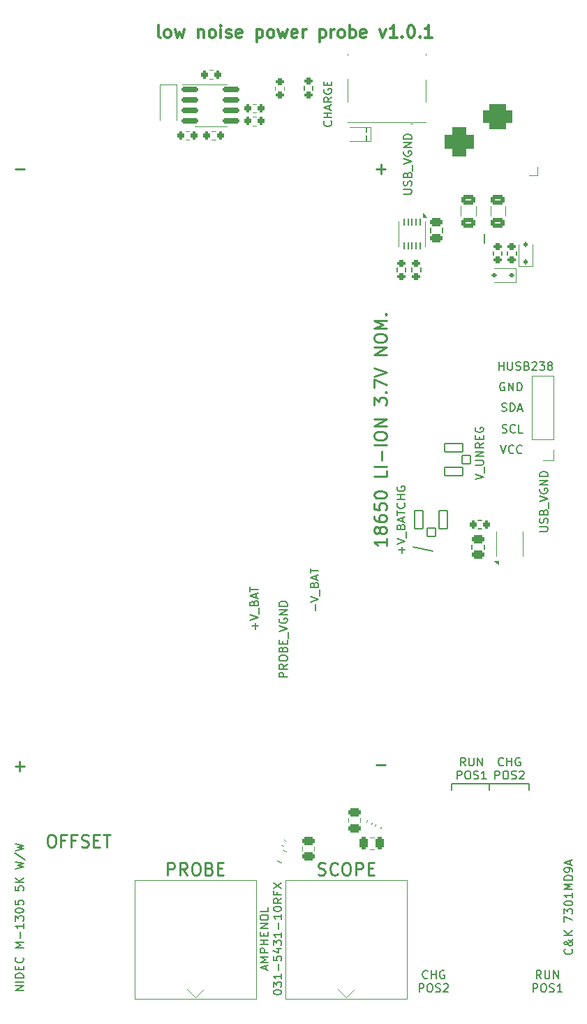
<source format=gbr>
%TF.GenerationSoftware,KiCad,Pcbnew,8.0.5+dfsg-1*%
%TF.CreationDate,2024-09-25T11:52:26+01:00*%
%TF.ProjectId,low-noise-power-probe-panel,6c6f772d-6e6f-4697-9365-2d706f776572,rev?*%
%TF.SameCoordinates,Original*%
%TF.FileFunction,Legend,Top*%
%TF.FilePolarity,Positive*%
%FSLAX46Y46*%
G04 Gerber Fmt 4.6, Leading zero omitted, Abs format (unit mm)*
G04 Created by KiCad (PCBNEW 8.0.5+dfsg-1) date 2024-09-25 11:52:26*
%MOMM*%
%LPD*%
G01*
G04 APERTURE LIST*
G04 Aperture macros list*
%AMRoundRect*
0 Rectangle with rounded corners*
0 $1 Rounding radius*
0 $2 $3 $4 $5 $6 $7 $8 $9 X,Y pos of 4 corners*
0 Add a 4 corners polygon primitive as box body*
4,1,4,$2,$3,$4,$5,$6,$7,$8,$9,$2,$3,0*
0 Add four circle primitives for the rounded corners*
1,1,$1+$1,$2,$3*
1,1,$1+$1,$4,$5*
1,1,$1+$1,$6,$7*
1,1,$1+$1,$8,$9*
0 Add four rect primitives between the rounded corners*
20,1,$1+$1,$2,$3,$4,$5,0*
20,1,$1+$1,$4,$5,$6,$7,0*
20,1,$1+$1,$6,$7,$8,$9,0*
20,1,$1+$1,$8,$9,$2,$3,0*%
%AMFreePoly0*
4,1,9,3.862500,-0.866500,0.737500,-0.866500,0.737500,-0.450000,-0.737500,-0.450000,-0.737500,0.450000,0.737500,0.450000,0.737500,0.866500,3.862500,0.866500,3.862500,-0.866500,3.862500,-0.866500,$1*%
G04 Aperture macros list end*
%ADD10C,0.150000*%
%ADD11C,0.250000*%
%ADD12C,0.300000*%
%ADD13C,0.200000*%
%ADD14C,0.120000*%
%ADD15C,1.000000*%
%ADD16R,0.600000X0.450000*%
%ADD17RoundRect,0.112500X0.187500X0.112500X-0.187500X0.112500X-0.187500X-0.112500X0.187500X-0.112500X0*%
%ADD18C,3.000000*%
%ADD19O,3.000000X2.000000*%
%ADD20RoundRect,0.200000X0.200000X0.275000X-0.200000X0.275000X-0.200000X-0.275000X0.200000X-0.275000X0*%
%ADD21R,1.700000X1.300000*%
%ADD22RoundRect,0.101600X-0.525000X1.100000X-0.525000X-1.100000X0.525000X-1.100000X0.525000X1.100000X0*%
%ADD23RoundRect,0.101600X-0.500000X0.525000X-0.500000X-0.525000X0.500000X-0.525000X0.500000X0.525000X0*%
%ADD24RoundRect,0.200000X-0.200000X-0.275000X0.200000X-0.275000X0.200000X0.275000X-0.200000X0.275000X0*%
%ADD25RoundRect,0.140000X0.094906X-0.198728X0.213239X0.055038X-0.094906X0.198728X-0.213239X-0.055038X0*%
%ADD26C,2.000000*%
%ADD27C,3.500000*%
%ADD28C,4.000000*%
%ADD29C,3.700000*%
%ADD30RoundRect,0.112500X0.112500X-0.187500X0.112500X0.187500X-0.112500X0.187500X-0.112500X-0.187500X0*%
%ADD31C,1.500000*%
%ADD32R,0.300000X0.650000*%
%ADD33R,2.480000X1.550000*%
%ADD34RoundRect,0.140000X0.198728X0.094906X-0.055038X0.213239X-0.198728X-0.094906X0.055038X-0.213239X0*%
%ADD35RoundRect,0.200000X-0.275000X0.200000X-0.275000X-0.200000X0.275000X-0.200000X0.275000X0.200000X0*%
%ADD36RoundRect,0.250000X-0.475000X0.250000X-0.475000X-0.250000X0.475000X-0.250000X0.475000X0.250000X0*%
%ADD37RoundRect,0.250000X-0.625000X0.375000X-0.625000X-0.375000X0.625000X-0.375000X0.625000X0.375000X0*%
%ADD38RoundRect,0.150000X-0.825000X-0.150000X0.825000X-0.150000X0.825000X0.150000X-0.825000X0.150000X0*%
%ADD39R,1.700000X1.700000*%
%ADD40O,1.700000X1.700000*%
%ADD41RoundRect,0.250000X-0.250000X-0.475000X0.250000X-0.475000X0.250000X0.475000X-0.250000X0.475000X0*%
%ADD42RoundRect,0.101600X-1.100000X-0.525000X1.100000X-0.525000X1.100000X0.525000X-1.100000X0.525000X0*%
%ADD43RoundRect,0.101600X-0.525000X-0.500000X0.525000X-0.500000X0.525000X0.500000X-0.525000X0.500000X0*%
%ADD44O,4.000000X6.000000*%
%ADD45C,1.800000*%
%ADD46R,3.500000X3.500000*%
%ADD47RoundRect,0.750000X-1.000000X0.750000X-1.000000X-0.750000X1.000000X-0.750000X1.000000X0.750000X0*%
%ADD48RoundRect,0.875000X-0.875000X0.875000X-0.875000X-0.875000X0.875000X-0.875000X0.875000X0.875000X0*%
%ADD49RoundRect,0.062500X-0.062500X0.362500X-0.062500X-0.362500X0.062500X-0.362500X0.062500X0.362500X0*%
%ADD50R,2.380000X1.650000*%
%ADD51R,0.300000X0.700000*%
%ADD52R,1.000000X0.700000*%
%ADD53O,1.100000X2.100000*%
%ADD54O,1.100000X2.600000*%
%ADD55RoundRect,0.250000X0.475000X-0.250000X0.475000X0.250000X-0.475000X0.250000X-0.475000X-0.250000X0*%
%ADD56RoundRect,0.200000X0.275000X-0.200000X0.275000X0.200000X-0.275000X0.200000X-0.275000X-0.200000X0*%
%ADD57R,0.900000X1.300000*%
%ADD58FreePoly0,270.000000*%
%ADD59RoundRect,0.250000X-0.427321X-0.324842X0.025833X-0.536151X0.427321X0.324842X-0.025833X0.536151X0*%
G04 APERTURE END LIST*
D10*
X238400000Y-113575000D02*
X238400000Y-114375000D01*
X224300000Y-84900000D02*
X226700000Y-85400000D01*
X229000000Y-113575000D02*
X229000000Y-114375000D01*
X229000000Y-113575000D02*
X238400000Y-113575000D01*
X233600000Y-113575000D02*
X233600000Y-114375000D01*
X235285714Y-111329608D02*
X235238095Y-111377228D01*
X235238095Y-111377228D02*
X235095238Y-111424847D01*
X235095238Y-111424847D02*
X235000000Y-111424847D01*
X235000000Y-111424847D02*
X234857143Y-111377228D01*
X234857143Y-111377228D02*
X234761905Y-111281989D01*
X234761905Y-111281989D02*
X234714286Y-111186751D01*
X234714286Y-111186751D02*
X234666667Y-110996275D01*
X234666667Y-110996275D02*
X234666667Y-110853418D01*
X234666667Y-110853418D02*
X234714286Y-110662942D01*
X234714286Y-110662942D02*
X234761905Y-110567704D01*
X234761905Y-110567704D02*
X234857143Y-110472466D01*
X234857143Y-110472466D02*
X235000000Y-110424847D01*
X235000000Y-110424847D02*
X235095238Y-110424847D01*
X235095238Y-110424847D02*
X235238095Y-110472466D01*
X235238095Y-110472466D02*
X235285714Y-110520085D01*
X235714286Y-111424847D02*
X235714286Y-110424847D01*
X235714286Y-110901037D02*
X236285714Y-110901037D01*
X236285714Y-111424847D02*
X236285714Y-110424847D01*
X237285714Y-110472466D02*
X237190476Y-110424847D01*
X237190476Y-110424847D02*
X237047619Y-110424847D01*
X237047619Y-110424847D02*
X236904762Y-110472466D01*
X236904762Y-110472466D02*
X236809524Y-110567704D01*
X236809524Y-110567704D02*
X236761905Y-110662942D01*
X236761905Y-110662942D02*
X236714286Y-110853418D01*
X236714286Y-110853418D02*
X236714286Y-110996275D01*
X236714286Y-110996275D02*
X236761905Y-111186751D01*
X236761905Y-111186751D02*
X236809524Y-111281989D01*
X236809524Y-111281989D02*
X236904762Y-111377228D01*
X236904762Y-111377228D02*
X237047619Y-111424847D01*
X237047619Y-111424847D02*
X237142857Y-111424847D01*
X237142857Y-111424847D02*
X237285714Y-111377228D01*
X237285714Y-111377228D02*
X237333333Y-111329608D01*
X237333333Y-111329608D02*
X237333333Y-110996275D01*
X237333333Y-110996275D02*
X237142857Y-110996275D01*
X234261905Y-113034791D02*
X234261905Y-112034791D01*
X234261905Y-112034791D02*
X234642857Y-112034791D01*
X234642857Y-112034791D02*
X234738095Y-112082410D01*
X234738095Y-112082410D02*
X234785714Y-112130029D01*
X234785714Y-112130029D02*
X234833333Y-112225267D01*
X234833333Y-112225267D02*
X234833333Y-112368124D01*
X234833333Y-112368124D02*
X234785714Y-112463362D01*
X234785714Y-112463362D02*
X234738095Y-112510981D01*
X234738095Y-112510981D02*
X234642857Y-112558600D01*
X234642857Y-112558600D02*
X234261905Y-112558600D01*
X235452381Y-112034791D02*
X235642857Y-112034791D01*
X235642857Y-112034791D02*
X235738095Y-112082410D01*
X235738095Y-112082410D02*
X235833333Y-112177648D01*
X235833333Y-112177648D02*
X235880952Y-112368124D01*
X235880952Y-112368124D02*
X235880952Y-112701457D01*
X235880952Y-112701457D02*
X235833333Y-112891933D01*
X235833333Y-112891933D02*
X235738095Y-112987172D01*
X235738095Y-112987172D02*
X235642857Y-113034791D01*
X235642857Y-113034791D02*
X235452381Y-113034791D01*
X235452381Y-113034791D02*
X235357143Y-112987172D01*
X235357143Y-112987172D02*
X235261905Y-112891933D01*
X235261905Y-112891933D02*
X235214286Y-112701457D01*
X235214286Y-112701457D02*
X235214286Y-112368124D01*
X235214286Y-112368124D02*
X235261905Y-112177648D01*
X235261905Y-112177648D02*
X235357143Y-112082410D01*
X235357143Y-112082410D02*
X235452381Y-112034791D01*
X236261905Y-112987172D02*
X236404762Y-113034791D01*
X236404762Y-113034791D02*
X236642857Y-113034791D01*
X236642857Y-113034791D02*
X236738095Y-112987172D01*
X236738095Y-112987172D02*
X236785714Y-112939552D01*
X236785714Y-112939552D02*
X236833333Y-112844314D01*
X236833333Y-112844314D02*
X236833333Y-112749076D01*
X236833333Y-112749076D02*
X236785714Y-112653838D01*
X236785714Y-112653838D02*
X236738095Y-112606219D01*
X236738095Y-112606219D02*
X236642857Y-112558600D01*
X236642857Y-112558600D02*
X236452381Y-112510981D01*
X236452381Y-112510981D02*
X236357143Y-112463362D01*
X236357143Y-112463362D02*
X236309524Y-112415743D01*
X236309524Y-112415743D02*
X236261905Y-112320505D01*
X236261905Y-112320505D02*
X236261905Y-112225267D01*
X236261905Y-112225267D02*
X236309524Y-112130029D01*
X236309524Y-112130029D02*
X236357143Y-112082410D01*
X236357143Y-112082410D02*
X236452381Y-112034791D01*
X236452381Y-112034791D02*
X236690476Y-112034791D01*
X236690476Y-112034791D02*
X236833333Y-112082410D01*
X237214286Y-112130029D02*
X237261905Y-112082410D01*
X237261905Y-112082410D02*
X237357143Y-112034791D01*
X237357143Y-112034791D02*
X237595238Y-112034791D01*
X237595238Y-112034791D02*
X237690476Y-112082410D01*
X237690476Y-112082410D02*
X237738095Y-112130029D01*
X237738095Y-112130029D02*
X237785714Y-112225267D01*
X237785714Y-112225267D02*
X237785714Y-112320505D01*
X237785714Y-112320505D02*
X237738095Y-112463362D01*
X237738095Y-112463362D02*
X237166667Y-113034791D01*
X237166667Y-113034791D02*
X237785714Y-113034791D01*
X226085714Y-137129608D02*
X226038095Y-137177228D01*
X226038095Y-137177228D02*
X225895238Y-137224847D01*
X225895238Y-137224847D02*
X225800000Y-137224847D01*
X225800000Y-137224847D02*
X225657143Y-137177228D01*
X225657143Y-137177228D02*
X225561905Y-137081989D01*
X225561905Y-137081989D02*
X225514286Y-136986751D01*
X225514286Y-136986751D02*
X225466667Y-136796275D01*
X225466667Y-136796275D02*
X225466667Y-136653418D01*
X225466667Y-136653418D02*
X225514286Y-136462942D01*
X225514286Y-136462942D02*
X225561905Y-136367704D01*
X225561905Y-136367704D02*
X225657143Y-136272466D01*
X225657143Y-136272466D02*
X225800000Y-136224847D01*
X225800000Y-136224847D02*
X225895238Y-136224847D01*
X225895238Y-136224847D02*
X226038095Y-136272466D01*
X226038095Y-136272466D02*
X226085714Y-136320085D01*
X226514286Y-137224847D02*
X226514286Y-136224847D01*
X226514286Y-136701037D02*
X227085714Y-136701037D01*
X227085714Y-137224847D02*
X227085714Y-136224847D01*
X228085714Y-136272466D02*
X227990476Y-136224847D01*
X227990476Y-136224847D02*
X227847619Y-136224847D01*
X227847619Y-136224847D02*
X227704762Y-136272466D01*
X227704762Y-136272466D02*
X227609524Y-136367704D01*
X227609524Y-136367704D02*
X227561905Y-136462942D01*
X227561905Y-136462942D02*
X227514286Y-136653418D01*
X227514286Y-136653418D02*
X227514286Y-136796275D01*
X227514286Y-136796275D02*
X227561905Y-136986751D01*
X227561905Y-136986751D02*
X227609524Y-137081989D01*
X227609524Y-137081989D02*
X227704762Y-137177228D01*
X227704762Y-137177228D02*
X227847619Y-137224847D01*
X227847619Y-137224847D02*
X227942857Y-137224847D01*
X227942857Y-137224847D02*
X228085714Y-137177228D01*
X228085714Y-137177228D02*
X228133333Y-137129608D01*
X228133333Y-137129608D02*
X228133333Y-136796275D01*
X228133333Y-136796275D02*
X227942857Y-136796275D01*
X225061905Y-138834791D02*
X225061905Y-137834791D01*
X225061905Y-137834791D02*
X225442857Y-137834791D01*
X225442857Y-137834791D02*
X225538095Y-137882410D01*
X225538095Y-137882410D02*
X225585714Y-137930029D01*
X225585714Y-137930029D02*
X225633333Y-138025267D01*
X225633333Y-138025267D02*
X225633333Y-138168124D01*
X225633333Y-138168124D02*
X225585714Y-138263362D01*
X225585714Y-138263362D02*
X225538095Y-138310981D01*
X225538095Y-138310981D02*
X225442857Y-138358600D01*
X225442857Y-138358600D02*
X225061905Y-138358600D01*
X226252381Y-137834791D02*
X226442857Y-137834791D01*
X226442857Y-137834791D02*
X226538095Y-137882410D01*
X226538095Y-137882410D02*
X226633333Y-137977648D01*
X226633333Y-137977648D02*
X226680952Y-138168124D01*
X226680952Y-138168124D02*
X226680952Y-138501457D01*
X226680952Y-138501457D02*
X226633333Y-138691933D01*
X226633333Y-138691933D02*
X226538095Y-138787172D01*
X226538095Y-138787172D02*
X226442857Y-138834791D01*
X226442857Y-138834791D02*
X226252381Y-138834791D01*
X226252381Y-138834791D02*
X226157143Y-138787172D01*
X226157143Y-138787172D02*
X226061905Y-138691933D01*
X226061905Y-138691933D02*
X226014286Y-138501457D01*
X226014286Y-138501457D02*
X226014286Y-138168124D01*
X226014286Y-138168124D02*
X226061905Y-137977648D01*
X226061905Y-137977648D02*
X226157143Y-137882410D01*
X226157143Y-137882410D02*
X226252381Y-137834791D01*
X227061905Y-138787172D02*
X227204762Y-138834791D01*
X227204762Y-138834791D02*
X227442857Y-138834791D01*
X227442857Y-138834791D02*
X227538095Y-138787172D01*
X227538095Y-138787172D02*
X227585714Y-138739552D01*
X227585714Y-138739552D02*
X227633333Y-138644314D01*
X227633333Y-138644314D02*
X227633333Y-138549076D01*
X227633333Y-138549076D02*
X227585714Y-138453838D01*
X227585714Y-138453838D02*
X227538095Y-138406219D01*
X227538095Y-138406219D02*
X227442857Y-138358600D01*
X227442857Y-138358600D02*
X227252381Y-138310981D01*
X227252381Y-138310981D02*
X227157143Y-138263362D01*
X227157143Y-138263362D02*
X227109524Y-138215743D01*
X227109524Y-138215743D02*
X227061905Y-138120505D01*
X227061905Y-138120505D02*
X227061905Y-138025267D01*
X227061905Y-138025267D02*
X227109524Y-137930029D01*
X227109524Y-137930029D02*
X227157143Y-137882410D01*
X227157143Y-137882410D02*
X227252381Y-137834791D01*
X227252381Y-137834791D02*
X227490476Y-137834791D01*
X227490476Y-137834791D02*
X227633333Y-137882410D01*
X228014286Y-137930029D02*
X228061905Y-137882410D01*
X228061905Y-137882410D02*
X228157143Y-137834791D01*
X228157143Y-137834791D02*
X228395238Y-137834791D01*
X228395238Y-137834791D02*
X228490476Y-137882410D01*
X228490476Y-137882410D02*
X228538095Y-137930029D01*
X228538095Y-137930029D02*
X228585714Y-138025267D01*
X228585714Y-138025267D02*
X228585714Y-138120505D01*
X228585714Y-138120505D02*
X228538095Y-138263362D01*
X228538095Y-138263362D02*
X227966667Y-138834791D01*
X227966667Y-138834791D02*
X228585714Y-138834791D01*
X230661904Y-111424847D02*
X230328571Y-110948656D01*
X230090476Y-111424847D02*
X230090476Y-110424847D01*
X230090476Y-110424847D02*
X230471428Y-110424847D01*
X230471428Y-110424847D02*
X230566666Y-110472466D01*
X230566666Y-110472466D02*
X230614285Y-110520085D01*
X230614285Y-110520085D02*
X230661904Y-110615323D01*
X230661904Y-110615323D02*
X230661904Y-110758180D01*
X230661904Y-110758180D02*
X230614285Y-110853418D01*
X230614285Y-110853418D02*
X230566666Y-110901037D01*
X230566666Y-110901037D02*
X230471428Y-110948656D01*
X230471428Y-110948656D02*
X230090476Y-110948656D01*
X231090476Y-110424847D02*
X231090476Y-111234370D01*
X231090476Y-111234370D02*
X231138095Y-111329608D01*
X231138095Y-111329608D02*
X231185714Y-111377228D01*
X231185714Y-111377228D02*
X231280952Y-111424847D01*
X231280952Y-111424847D02*
X231471428Y-111424847D01*
X231471428Y-111424847D02*
X231566666Y-111377228D01*
X231566666Y-111377228D02*
X231614285Y-111329608D01*
X231614285Y-111329608D02*
X231661904Y-111234370D01*
X231661904Y-111234370D02*
X231661904Y-110424847D01*
X232138095Y-111424847D02*
X232138095Y-110424847D01*
X232138095Y-110424847D02*
X232709523Y-111424847D01*
X232709523Y-111424847D02*
X232709523Y-110424847D01*
X229661905Y-113034791D02*
X229661905Y-112034791D01*
X229661905Y-112034791D02*
X230042857Y-112034791D01*
X230042857Y-112034791D02*
X230138095Y-112082410D01*
X230138095Y-112082410D02*
X230185714Y-112130029D01*
X230185714Y-112130029D02*
X230233333Y-112225267D01*
X230233333Y-112225267D02*
X230233333Y-112368124D01*
X230233333Y-112368124D02*
X230185714Y-112463362D01*
X230185714Y-112463362D02*
X230138095Y-112510981D01*
X230138095Y-112510981D02*
X230042857Y-112558600D01*
X230042857Y-112558600D02*
X229661905Y-112558600D01*
X230852381Y-112034791D02*
X231042857Y-112034791D01*
X231042857Y-112034791D02*
X231138095Y-112082410D01*
X231138095Y-112082410D02*
X231233333Y-112177648D01*
X231233333Y-112177648D02*
X231280952Y-112368124D01*
X231280952Y-112368124D02*
X231280952Y-112701457D01*
X231280952Y-112701457D02*
X231233333Y-112891933D01*
X231233333Y-112891933D02*
X231138095Y-112987172D01*
X231138095Y-112987172D02*
X231042857Y-113034791D01*
X231042857Y-113034791D02*
X230852381Y-113034791D01*
X230852381Y-113034791D02*
X230757143Y-112987172D01*
X230757143Y-112987172D02*
X230661905Y-112891933D01*
X230661905Y-112891933D02*
X230614286Y-112701457D01*
X230614286Y-112701457D02*
X230614286Y-112368124D01*
X230614286Y-112368124D02*
X230661905Y-112177648D01*
X230661905Y-112177648D02*
X230757143Y-112082410D01*
X230757143Y-112082410D02*
X230852381Y-112034791D01*
X231661905Y-112987172D02*
X231804762Y-113034791D01*
X231804762Y-113034791D02*
X232042857Y-113034791D01*
X232042857Y-113034791D02*
X232138095Y-112987172D01*
X232138095Y-112987172D02*
X232185714Y-112939552D01*
X232185714Y-112939552D02*
X232233333Y-112844314D01*
X232233333Y-112844314D02*
X232233333Y-112749076D01*
X232233333Y-112749076D02*
X232185714Y-112653838D01*
X232185714Y-112653838D02*
X232138095Y-112606219D01*
X232138095Y-112606219D02*
X232042857Y-112558600D01*
X232042857Y-112558600D02*
X231852381Y-112510981D01*
X231852381Y-112510981D02*
X231757143Y-112463362D01*
X231757143Y-112463362D02*
X231709524Y-112415743D01*
X231709524Y-112415743D02*
X231661905Y-112320505D01*
X231661905Y-112320505D02*
X231661905Y-112225267D01*
X231661905Y-112225267D02*
X231709524Y-112130029D01*
X231709524Y-112130029D02*
X231757143Y-112082410D01*
X231757143Y-112082410D02*
X231852381Y-112034791D01*
X231852381Y-112034791D02*
X232090476Y-112034791D01*
X232090476Y-112034791D02*
X232233333Y-112082410D01*
X233185714Y-113034791D02*
X232614286Y-113034791D01*
X232900000Y-113034791D02*
X232900000Y-112034791D01*
X232900000Y-112034791D02*
X232804762Y-112177648D01*
X232804762Y-112177648D02*
X232709524Y-112272886D01*
X232709524Y-112272886D02*
X232614286Y-112320505D01*
D11*
X176028571Y-39084500D02*
X177171429Y-39084500D01*
X212807143Y-124584500D02*
X213021429Y-124655928D01*
X213021429Y-124655928D02*
X213378571Y-124655928D01*
X213378571Y-124655928D02*
X213521429Y-124584500D01*
X213521429Y-124584500D02*
X213592857Y-124513071D01*
X213592857Y-124513071D02*
X213664286Y-124370214D01*
X213664286Y-124370214D02*
X213664286Y-124227357D01*
X213664286Y-124227357D02*
X213592857Y-124084500D01*
X213592857Y-124084500D02*
X213521429Y-124013071D01*
X213521429Y-124013071D02*
X213378571Y-123941642D01*
X213378571Y-123941642D02*
X213092857Y-123870214D01*
X213092857Y-123870214D02*
X212950000Y-123798785D01*
X212950000Y-123798785D02*
X212878571Y-123727357D01*
X212878571Y-123727357D02*
X212807143Y-123584500D01*
X212807143Y-123584500D02*
X212807143Y-123441642D01*
X212807143Y-123441642D02*
X212878571Y-123298785D01*
X212878571Y-123298785D02*
X212950000Y-123227357D01*
X212950000Y-123227357D02*
X213092857Y-123155928D01*
X213092857Y-123155928D02*
X213450000Y-123155928D01*
X213450000Y-123155928D02*
X213664286Y-123227357D01*
X215164285Y-124513071D02*
X215092857Y-124584500D01*
X215092857Y-124584500D02*
X214878571Y-124655928D01*
X214878571Y-124655928D02*
X214735714Y-124655928D01*
X214735714Y-124655928D02*
X214521428Y-124584500D01*
X214521428Y-124584500D02*
X214378571Y-124441642D01*
X214378571Y-124441642D02*
X214307142Y-124298785D01*
X214307142Y-124298785D02*
X214235714Y-124013071D01*
X214235714Y-124013071D02*
X214235714Y-123798785D01*
X214235714Y-123798785D02*
X214307142Y-123513071D01*
X214307142Y-123513071D02*
X214378571Y-123370214D01*
X214378571Y-123370214D02*
X214521428Y-123227357D01*
X214521428Y-123227357D02*
X214735714Y-123155928D01*
X214735714Y-123155928D02*
X214878571Y-123155928D01*
X214878571Y-123155928D02*
X215092857Y-123227357D01*
X215092857Y-123227357D02*
X215164285Y-123298785D01*
X216092857Y-123155928D02*
X216378571Y-123155928D01*
X216378571Y-123155928D02*
X216521428Y-123227357D01*
X216521428Y-123227357D02*
X216664285Y-123370214D01*
X216664285Y-123370214D02*
X216735714Y-123655928D01*
X216735714Y-123655928D02*
X216735714Y-124155928D01*
X216735714Y-124155928D02*
X216664285Y-124441642D01*
X216664285Y-124441642D02*
X216521428Y-124584500D01*
X216521428Y-124584500D02*
X216378571Y-124655928D01*
X216378571Y-124655928D02*
X216092857Y-124655928D01*
X216092857Y-124655928D02*
X215950000Y-124584500D01*
X215950000Y-124584500D02*
X215807142Y-124441642D01*
X215807142Y-124441642D02*
X215735714Y-124155928D01*
X215735714Y-124155928D02*
X215735714Y-123655928D01*
X215735714Y-123655928D02*
X215807142Y-123370214D01*
X215807142Y-123370214D02*
X215950000Y-123227357D01*
X215950000Y-123227357D02*
X216092857Y-123155928D01*
X217378571Y-124655928D02*
X217378571Y-123155928D01*
X217378571Y-123155928D02*
X217950000Y-123155928D01*
X217950000Y-123155928D02*
X218092857Y-123227357D01*
X218092857Y-123227357D02*
X218164286Y-123298785D01*
X218164286Y-123298785D02*
X218235714Y-123441642D01*
X218235714Y-123441642D02*
X218235714Y-123655928D01*
X218235714Y-123655928D02*
X218164286Y-123798785D01*
X218164286Y-123798785D02*
X218092857Y-123870214D01*
X218092857Y-123870214D02*
X217950000Y-123941642D01*
X217950000Y-123941642D02*
X217378571Y-123941642D01*
X218878571Y-123870214D02*
X219378571Y-123870214D01*
X219592857Y-124655928D02*
X218878571Y-124655928D01*
X218878571Y-124655928D02*
X218878571Y-123155928D01*
X218878571Y-123155928D02*
X219592857Y-123155928D01*
X221080928Y-83853570D02*
X221080928Y-84710713D01*
X221080928Y-84282142D02*
X219580928Y-84282142D01*
X219580928Y-84282142D02*
X219795214Y-84424999D01*
X219795214Y-84424999D02*
X219938071Y-84567856D01*
X219938071Y-84567856D02*
X220009500Y-84710713D01*
X220223785Y-82996428D02*
X220152357Y-83139285D01*
X220152357Y-83139285D02*
X220080928Y-83210714D01*
X220080928Y-83210714D02*
X219938071Y-83282142D01*
X219938071Y-83282142D02*
X219866642Y-83282142D01*
X219866642Y-83282142D02*
X219723785Y-83210714D01*
X219723785Y-83210714D02*
X219652357Y-83139285D01*
X219652357Y-83139285D02*
X219580928Y-82996428D01*
X219580928Y-82996428D02*
X219580928Y-82710714D01*
X219580928Y-82710714D02*
X219652357Y-82567857D01*
X219652357Y-82567857D02*
X219723785Y-82496428D01*
X219723785Y-82496428D02*
X219866642Y-82424999D01*
X219866642Y-82424999D02*
X219938071Y-82424999D01*
X219938071Y-82424999D02*
X220080928Y-82496428D01*
X220080928Y-82496428D02*
X220152357Y-82567857D01*
X220152357Y-82567857D02*
X220223785Y-82710714D01*
X220223785Y-82710714D02*
X220223785Y-82996428D01*
X220223785Y-82996428D02*
X220295214Y-83139285D01*
X220295214Y-83139285D02*
X220366642Y-83210714D01*
X220366642Y-83210714D02*
X220509500Y-83282142D01*
X220509500Y-83282142D02*
X220795214Y-83282142D01*
X220795214Y-83282142D02*
X220938071Y-83210714D01*
X220938071Y-83210714D02*
X221009500Y-83139285D01*
X221009500Y-83139285D02*
X221080928Y-82996428D01*
X221080928Y-82996428D02*
X221080928Y-82710714D01*
X221080928Y-82710714D02*
X221009500Y-82567857D01*
X221009500Y-82567857D02*
X220938071Y-82496428D01*
X220938071Y-82496428D02*
X220795214Y-82424999D01*
X220795214Y-82424999D02*
X220509500Y-82424999D01*
X220509500Y-82424999D02*
X220366642Y-82496428D01*
X220366642Y-82496428D02*
X220295214Y-82567857D01*
X220295214Y-82567857D02*
X220223785Y-82710714D01*
X219580928Y-81139286D02*
X219580928Y-81425000D01*
X219580928Y-81425000D02*
X219652357Y-81567857D01*
X219652357Y-81567857D02*
X219723785Y-81639286D01*
X219723785Y-81639286D02*
X219938071Y-81782143D01*
X219938071Y-81782143D02*
X220223785Y-81853571D01*
X220223785Y-81853571D02*
X220795214Y-81853571D01*
X220795214Y-81853571D02*
X220938071Y-81782143D01*
X220938071Y-81782143D02*
X221009500Y-81710714D01*
X221009500Y-81710714D02*
X221080928Y-81567857D01*
X221080928Y-81567857D02*
X221080928Y-81282143D01*
X221080928Y-81282143D02*
X221009500Y-81139286D01*
X221009500Y-81139286D02*
X220938071Y-81067857D01*
X220938071Y-81067857D02*
X220795214Y-80996428D01*
X220795214Y-80996428D02*
X220438071Y-80996428D01*
X220438071Y-80996428D02*
X220295214Y-81067857D01*
X220295214Y-81067857D02*
X220223785Y-81139286D01*
X220223785Y-81139286D02*
X220152357Y-81282143D01*
X220152357Y-81282143D02*
X220152357Y-81567857D01*
X220152357Y-81567857D02*
X220223785Y-81710714D01*
X220223785Y-81710714D02*
X220295214Y-81782143D01*
X220295214Y-81782143D02*
X220438071Y-81853571D01*
X219580928Y-79639286D02*
X219580928Y-80353572D01*
X219580928Y-80353572D02*
X220295214Y-80425000D01*
X220295214Y-80425000D02*
X220223785Y-80353572D01*
X220223785Y-80353572D02*
X220152357Y-80210715D01*
X220152357Y-80210715D02*
X220152357Y-79853572D01*
X220152357Y-79853572D02*
X220223785Y-79710715D01*
X220223785Y-79710715D02*
X220295214Y-79639286D01*
X220295214Y-79639286D02*
X220438071Y-79567857D01*
X220438071Y-79567857D02*
X220795214Y-79567857D01*
X220795214Y-79567857D02*
X220938071Y-79639286D01*
X220938071Y-79639286D02*
X221009500Y-79710715D01*
X221009500Y-79710715D02*
X221080928Y-79853572D01*
X221080928Y-79853572D02*
X221080928Y-80210715D01*
X221080928Y-80210715D02*
X221009500Y-80353572D01*
X221009500Y-80353572D02*
X220938071Y-80425000D01*
X219580928Y-78639286D02*
X219580928Y-78496429D01*
X219580928Y-78496429D02*
X219652357Y-78353572D01*
X219652357Y-78353572D02*
X219723785Y-78282144D01*
X219723785Y-78282144D02*
X219866642Y-78210715D01*
X219866642Y-78210715D02*
X220152357Y-78139286D01*
X220152357Y-78139286D02*
X220509500Y-78139286D01*
X220509500Y-78139286D02*
X220795214Y-78210715D01*
X220795214Y-78210715D02*
X220938071Y-78282144D01*
X220938071Y-78282144D02*
X221009500Y-78353572D01*
X221009500Y-78353572D02*
X221080928Y-78496429D01*
X221080928Y-78496429D02*
X221080928Y-78639286D01*
X221080928Y-78639286D02*
X221009500Y-78782144D01*
X221009500Y-78782144D02*
X220938071Y-78853572D01*
X220938071Y-78853572D02*
X220795214Y-78925001D01*
X220795214Y-78925001D02*
X220509500Y-78996429D01*
X220509500Y-78996429D02*
X220152357Y-78996429D01*
X220152357Y-78996429D02*
X219866642Y-78925001D01*
X219866642Y-78925001D02*
X219723785Y-78853572D01*
X219723785Y-78853572D02*
X219652357Y-78782144D01*
X219652357Y-78782144D02*
X219580928Y-78639286D01*
X221080928Y-75639287D02*
X221080928Y-76353573D01*
X221080928Y-76353573D02*
X219580928Y-76353573D01*
X221080928Y-75139287D02*
X219580928Y-75139287D01*
X220509500Y-74425001D02*
X220509500Y-73282144D01*
X221080928Y-72567858D02*
X219580928Y-72567858D01*
X219580928Y-71567857D02*
X219580928Y-71282143D01*
X219580928Y-71282143D02*
X219652357Y-71139286D01*
X219652357Y-71139286D02*
X219795214Y-70996429D01*
X219795214Y-70996429D02*
X220080928Y-70925000D01*
X220080928Y-70925000D02*
X220580928Y-70925000D01*
X220580928Y-70925000D02*
X220866642Y-70996429D01*
X220866642Y-70996429D02*
X221009500Y-71139286D01*
X221009500Y-71139286D02*
X221080928Y-71282143D01*
X221080928Y-71282143D02*
X221080928Y-71567857D01*
X221080928Y-71567857D02*
X221009500Y-71710715D01*
X221009500Y-71710715D02*
X220866642Y-71853572D01*
X220866642Y-71853572D02*
X220580928Y-71925000D01*
X220580928Y-71925000D02*
X220080928Y-71925000D01*
X220080928Y-71925000D02*
X219795214Y-71853572D01*
X219795214Y-71853572D02*
X219652357Y-71710715D01*
X219652357Y-71710715D02*
X219580928Y-71567857D01*
X221080928Y-70282143D02*
X219580928Y-70282143D01*
X219580928Y-70282143D02*
X221080928Y-69425000D01*
X221080928Y-69425000D02*
X219580928Y-69425000D01*
X219580928Y-67710714D02*
X219580928Y-66782142D01*
X219580928Y-66782142D02*
X220152357Y-67282142D01*
X220152357Y-67282142D02*
X220152357Y-67067857D01*
X220152357Y-67067857D02*
X220223785Y-66925000D01*
X220223785Y-66925000D02*
X220295214Y-66853571D01*
X220295214Y-66853571D02*
X220438071Y-66782142D01*
X220438071Y-66782142D02*
X220795214Y-66782142D01*
X220795214Y-66782142D02*
X220938071Y-66853571D01*
X220938071Y-66853571D02*
X221009500Y-66925000D01*
X221009500Y-66925000D02*
X221080928Y-67067857D01*
X221080928Y-67067857D02*
X221080928Y-67496428D01*
X221080928Y-67496428D02*
X221009500Y-67639285D01*
X221009500Y-67639285D02*
X220938071Y-67710714D01*
X220938071Y-66139286D02*
X221009500Y-66067857D01*
X221009500Y-66067857D02*
X221080928Y-66139286D01*
X221080928Y-66139286D02*
X221009500Y-66210714D01*
X221009500Y-66210714D02*
X220938071Y-66139286D01*
X220938071Y-66139286D02*
X221080928Y-66139286D01*
X219580928Y-65567857D02*
X219580928Y-64567857D01*
X219580928Y-64567857D02*
X221080928Y-65210714D01*
X219580928Y-64210714D02*
X221080928Y-63710714D01*
X221080928Y-63710714D02*
X219580928Y-63210714D01*
X221080928Y-61567858D02*
X219580928Y-61567858D01*
X219580928Y-61567858D02*
X221080928Y-60710715D01*
X221080928Y-60710715D02*
X219580928Y-60710715D01*
X219580928Y-59710714D02*
X219580928Y-59425000D01*
X219580928Y-59425000D02*
X219652357Y-59282143D01*
X219652357Y-59282143D02*
X219795214Y-59139286D01*
X219795214Y-59139286D02*
X220080928Y-59067857D01*
X220080928Y-59067857D02*
X220580928Y-59067857D01*
X220580928Y-59067857D02*
X220866642Y-59139286D01*
X220866642Y-59139286D02*
X221009500Y-59282143D01*
X221009500Y-59282143D02*
X221080928Y-59425000D01*
X221080928Y-59425000D02*
X221080928Y-59710714D01*
X221080928Y-59710714D02*
X221009500Y-59853572D01*
X221009500Y-59853572D02*
X220866642Y-59996429D01*
X220866642Y-59996429D02*
X220580928Y-60067857D01*
X220580928Y-60067857D02*
X220080928Y-60067857D01*
X220080928Y-60067857D02*
X219795214Y-59996429D01*
X219795214Y-59996429D02*
X219652357Y-59853572D01*
X219652357Y-59853572D02*
X219580928Y-59710714D01*
X221080928Y-58425000D02*
X219580928Y-58425000D01*
X219580928Y-58425000D02*
X220652357Y-57925000D01*
X220652357Y-57925000D02*
X219580928Y-57425000D01*
X219580928Y-57425000D02*
X221080928Y-57425000D01*
X220938071Y-56710714D02*
X221009500Y-56639285D01*
X221009500Y-56639285D02*
X221080928Y-56710714D01*
X221080928Y-56710714D02*
X221009500Y-56782142D01*
X221009500Y-56782142D02*
X220938071Y-56710714D01*
X220938071Y-56710714D02*
X221080928Y-56710714D01*
D10*
X234939411Y-72554819D02*
X235272744Y-73554819D01*
X235272744Y-73554819D02*
X235606077Y-72554819D01*
X236510839Y-73459580D02*
X236463220Y-73507200D01*
X236463220Y-73507200D02*
X236320363Y-73554819D01*
X236320363Y-73554819D02*
X236225125Y-73554819D01*
X236225125Y-73554819D02*
X236082268Y-73507200D01*
X236082268Y-73507200D02*
X235987030Y-73411961D01*
X235987030Y-73411961D02*
X235939411Y-73316723D01*
X235939411Y-73316723D02*
X235891792Y-73126247D01*
X235891792Y-73126247D02*
X235891792Y-72983390D01*
X235891792Y-72983390D02*
X235939411Y-72792914D01*
X235939411Y-72792914D02*
X235987030Y-72697676D01*
X235987030Y-72697676D02*
X236082268Y-72602438D01*
X236082268Y-72602438D02*
X236225125Y-72554819D01*
X236225125Y-72554819D02*
X236320363Y-72554819D01*
X236320363Y-72554819D02*
X236463220Y-72602438D01*
X236463220Y-72602438D02*
X236510839Y-72650057D01*
X237510839Y-73459580D02*
X237463220Y-73507200D01*
X237463220Y-73507200D02*
X237320363Y-73554819D01*
X237320363Y-73554819D02*
X237225125Y-73554819D01*
X237225125Y-73554819D02*
X237082268Y-73507200D01*
X237082268Y-73507200D02*
X236987030Y-73411961D01*
X236987030Y-73411961D02*
X236939411Y-73316723D01*
X236939411Y-73316723D02*
X236891792Y-73126247D01*
X236891792Y-73126247D02*
X236891792Y-72983390D01*
X236891792Y-72983390D02*
X236939411Y-72792914D01*
X236939411Y-72792914D02*
X236987030Y-72697676D01*
X236987030Y-72697676D02*
X237082268Y-72602438D01*
X237082268Y-72602438D02*
X237225125Y-72554819D01*
X237225125Y-72554819D02*
X237320363Y-72554819D01*
X237320363Y-72554819D02*
X237463220Y-72602438D01*
X237463220Y-72602438D02*
X237510839Y-72650057D01*
X239861904Y-137224847D02*
X239528571Y-136748656D01*
X239290476Y-137224847D02*
X239290476Y-136224847D01*
X239290476Y-136224847D02*
X239671428Y-136224847D01*
X239671428Y-136224847D02*
X239766666Y-136272466D01*
X239766666Y-136272466D02*
X239814285Y-136320085D01*
X239814285Y-136320085D02*
X239861904Y-136415323D01*
X239861904Y-136415323D02*
X239861904Y-136558180D01*
X239861904Y-136558180D02*
X239814285Y-136653418D01*
X239814285Y-136653418D02*
X239766666Y-136701037D01*
X239766666Y-136701037D02*
X239671428Y-136748656D01*
X239671428Y-136748656D02*
X239290476Y-136748656D01*
X240290476Y-136224847D02*
X240290476Y-137034370D01*
X240290476Y-137034370D02*
X240338095Y-137129608D01*
X240338095Y-137129608D02*
X240385714Y-137177228D01*
X240385714Y-137177228D02*
X240480952Y-137224847D01*
X240480952Y-137224847D02*
X240671428Y-137224847D01*
X240671428Y-137224847D02*
X240766666Y-137177228D01*
X240766666Y-137177228D02*
X240814285Y-137129608D01*
X240814285Y-137129608D02*
X240861904Y-137034370D01*
X240861904Y-137034370D02*
X240861904Y-136224847D01*
X241338095Y-137224847D02*
X241338095Y-136224847D01*
X241338095Y-136224847D02*
X241909523Y-137224847D01*
X241909523Y-137224847D02*
X241909523Y-136224847D01*
X238861905Y-138834791D02*
X238861905Y-137834791D01*
X238861905Y-137834791D02*
X239242857Y-137834791D01*
X239242857Y-137834791D02*
X239338095Y-137882410D01*
X239338095Y-137882410D02*
X239385714Y-137930029D01*
X239385714Y-137930029D02*
X239433333Y-138025267D01*
X239433333Y-138025267D02*
X239433333Y-138168124D01*
X239433333Y-138168124D02*
X239385714Y-138263362D01*
X239385714Y-138263362D02*
X239338095Y-138310981D01*
X239338095Y-138310981D02*
X239242857Y-138358600D01*
X239242857Y-138358600D02*
X238861905Y-138358600D01*
X240052381Y-137834791D02*
X240242857Y-137834791D01*
X240242857Y-137834791D02*
X240338095Y-137882410D01*
X240338095Y-137882410D02*
X240433333Y-137977648D01*
X240433333Y-137977648D02*
X240480952Y-138168124D01*
X240480952Y-138168124D02*
X240480952Y-138501457D01*
X240480952Y-138501457D02*
X240433333Y-138691933D01*
X240433333Y-138691933D02*
X240338095Y-138787172D01*
X240338095Y-138787172D02*
X240242857Y-138834791D01*
X240242857Y-138834791D02*
X240052381Y-138834791D01*
X240052381Y-138834791D02*
X239957143Y-138787172D01*
X239957143Y-138787172D02*
X239861905Y-138691933D01*
X239861905Y-138691933D02*
X239814286Y-138501457D01*
X239814286Y-138501457D02*
X239814286Y-138168124D01*
X239814286Y-138168124D02*
X239861905Y-137977648D01*
X239861905Y-137977648D02*
X239957143Y-137882410D01*
X239957143Y-137882410D02*
X240052381Y-137834791D01*
X240861905Y-138787172D02*
X241004762Y-138834791D01*
X241004762Y-138834791D02*
X241242857Y-138834791D01*
X241242857Y-138834791D02*
X241338095Y-138787172D01*
X241338095Y-138787172D02*
X241385714Y-138739552D01*
X241385714Y-138739552D02*
X241433333Y-138644314D01*
X241433333Y-138644314D02*
X241433333Y-138549076D01*
X241433333Y-138549076D02*
X241385714Y-138453838D01*
X241385714Y-138453838D02*
X241338095Y-138406219D01*
X241338095Y-138406219D02*
X241242857Y-138358600D01*
X241242857Y-138358600D02*
X241052381Y-138310981D01*
X241052381Y-138310981D02*
X240957143Y-138263362D01*
X240957143Y-138263362D02*
X240909524Y-138215743D01*
X240909524Y-138215743D02*
X240861905Y-138120505D01*
X240861905Y-138120505D02*
X240861905Y-138025267D01*
X240861905Y-138025267D02*
X240909524Y-137930029D01*
X240909524Y-137930029D02*
X240957143Y-137882410D01*
X240957143Y-137882410D02*
X241052381Y-137834791D01*
X241052381Y-137834791D02*
X241290476Y-137834791D01*
X241290476Y-137834791D02*
X241433333Y-137882410D01*
X242385714Y-138834791D02*
X241814286Y-138834791D01*
X242100000Y-138834791D02*
X242100000Y-137834791D01*
X242100000Y-137834791D02*
X242004762Y-137977648D01*
X242004762Y-137977648D02*
X241909524Y-138072886D01*
X241909524Y-138072886D02*
X241814286Y-138120505D01*
D11*
X194542856Y-124655928D02*
X194542856Y-123155928D01*
X194542856Y-123155928D02*
X195114285Y-123155928D01*
X195114285Y-123155928D02*
X195257142Y-123227357D01*
X195257142Y-123227357D02*
X195328571Y-123298785D01*
X195328571Y-123298785D02*
X195399999Y-123441642D01*
X195399999Y-123441642D02*
X195399999Y-123655928D01*
X195399999Y-123655928D02*
X195328571Y-123798785D01*
X195328571Y-123798785D02*
X195257142Y-123870214D01*
X195257142Y-123870214D02*
X195114285Y-123941642D01*
X195114285Y-123941642D02*
X194542856Y-123941642D01*
X196899999Y-124655928D02*
X196399999Y-123941642D01*
X196042856Y-124655928D02*
X196042856Y-123155928D01*
X196042856Y-123155928D02*
X196614285Y-123155928D01*
X196614285Y-123155928D02*
X196757142Y-123227357D01*
X196757142Y-123227357D02*
X196828571Y-123298785D01*
X196828571Y-123298785D02*
X196899999Y-123441642D01*
X196899999Y-123441642D02*
X196899999Y-123655928D01*
X196899999Y-123655928D02*
X196828571Y-123798785D01*
X196828571Y-123798785D02*
X196757142Y-123870214D01*
X196757142Y-123870214D02*
X196614285Y-123941642D01*
X196614285Y-123941642D02*
X196042856Y-123941642D01*
X197828571Y-123155928D02*
X198114285Y-123155928D01*
X198114285Y-123155928D02*
X198257142Y-123227357D01*
X198257142Y-123227357D02*
X198399999Y-123370214D01*
X198399999Y-123370214D02*
X198471428Y-123655928D01*
X198471428Y-123655928D02*
X198471428Y-124155928D01*
X198471428Y-124155928D02*
X198399999Y-124441642D01*
X198399999Y-124441642D02*
X198257142Y-124584500D01*
X198257142Y-124584500D02*
X198114285Y-124655928D01*
X198114285Y-124655928D02*
X197828571Y-124655928D01*
X197828571Y-124655928D02*
X197685714Y-124584500D01*
X197685714Y-124584500D02*
X197542856Y-124441642D01*
X197542856Y-124441642D02*
X197471428Y-124155928D01*
X197471428Y-124155928D02*
X197471428Y-123655928D01*
X197471428Y-123655928D02*
X197542856Y-123370214D01*
X197542856Y-123370214D02*
X197685714Y-123227357D01*
X197685714Y-123227357D02*
X197828571Y-123155928D01*
X199614285Y-123870214D02*
X199828571Y-123941642D01*
X199828571Y-123941642D02*
X199900000Y-124013071D01*
X199900000Y-124013071D02*
X199971428Y-124155928D01*
X199971428Y-124155928D02*
X199971428Y-124370214D01*
X199971428Y-124370214D02*
X199900000Y-124513071D01*
X199900000Y-124513071D02*
X199828571Y-124584500D01*
X199828571Y-124584500D02*
X199685714Y-124655928D01*
X199685714Y-124655928D02*
X199114285Y-124655928D01*
X199114285Y-124655928D02*
X199114285Y-123155928D01*
X199114285Y-123155928D02*
X199614285Y-123155928D01*
X199614285Y-123155928D02*
X199757143Y-123227357D01*
X199757143Y-123227357D02*
X199828571Y-123298785D01*
X199828571Y-123298785D02*
X199900000Y-123441642D01*
X199900000Y-123441642D02*
X199900000Y-123584500D01*
X199900000Y-123584500D02*
X199828571Y-123727357D01*
X199828571Y-123727357D02*
X199757143Y-123798785D01*
X199757143Y-123798785D02*
X199614285Y-123870214D01*
X199614285Y-123870214D02*
X199114285Y-123870214D01*
X200614285Y-123870214D02*
X201114285Y-123870214D01*
X201328571Y-124655928D02*
X200614285Y-124655928D01*
X200614285Y-124655928D02*
X200614285Y-123155928D01*
X200614285Y-123155928D02*
X201328571Y-123155928D01*
X180307143Y-119755928D02*
X180592857Y-119755928D01*
X180592857Y-119755928D02*
X180735714Y-119827357D01*
X180735714Y-119827357D02*
X180878571Y-119970214D01*
X180878571Y-119970214D02*
X180950000Y-120255928D01*
X180950000Y-120255928D02*
X180950000Y-120755928D01*
X180950000Y-120755928D02*
X180878571Y-121041642D01*
X180878571Y-121041642D02*
X180735714Y-121184500D01*
X180735714Y-121184500D02*
X180592857Y-121255928D01*
X180592857Y-121255928D02*
X180307143Y-121255928D01*
X180307143Y-121255928D02*
X180164286Y-121184500D01*
X180164286Y-121184500D02*
X180021428Y-121041642D01*
X180021428Y-121041642D02*
X179950000Y-120755928D01*
X179950000Y-120755928D02*
X179950000Y-120255928D01*
X179950000Y-120255928D02*
X180021428Y-119970214D01*
X180021428Y-119970214D02*
X180164286Y-119827357D01*
X180164286Y-119827357D02*
X180307143Y-119755928D01*
X182092857Y-120470214D02*
X181592857Y-120470214D01*
X181592857Y-121255928D02*
X181592857Y-119755928D01*
X181592857Y-119755928D02*
X182307143Y-119755928D01*
X183378571Y-120470214D02*
X182878571Y-120470214D01*
X182878571Y-121255928D02*
X182878571Y-119755928D01*
X182878571Y-119755928D02*
X183592857Y-119755928D01*
X184092857Y-121184500D02*
X184307143Y-121255928D01*
X184307143Y-121255928D02*
X184664285Y-121255928D01*
X184664285Y-121255928D02*
X184807143Y-121184500D01*
X184807143Y-121184500D02*
X184878571Y-121113071D01*
X184878571Y-121113071D02*
X184950000Y-120970214D01*
X184950000Y-120970214D02*
X184950000Y-120827357D01*
X184950000Y-120827357D02*
X184878571Y-120684500D01*
X184878571Y-120684500D02*
X184807143Y-120613071D01*
X184807143Y-120613071D02*
X184664285Y-120541642D01*
X184664285Y-120541642D02*
X184378571Y-120470214D01*
X184378571Y-120470214D02*
X184235714Y-120398785D01*
X184235714Y-120398785D02*
X184164285Y-120327357D01*
X184164285Y-120327357D02*
X184092857Y-120184500D01*
X184092857Y-120184500D02*
X184092857Y-120041642D01*
X184092857Y-120041642D02*
X184164285Y-119898785D01*
X184164285Y-119898785D02*
X184235714Y-119827357D01*
X184235714Y-119827357D02*
X184378571Y-119755928D01*
X184378571Y-119755928D02*
X184735714Y-119755928D01*
X184735714Y-119755928D02*
X184950000Y-119827357D01*
X185592856Y-120470214D02*
X186092856Y-120470214D01*
X186307142Y-121255928D02*
X185592856Y-121255928D01*
X185592856Y-121255928D02*
X185592856Y-119755928D01*
X185592856Y-119755928D02*
X186307142Y-119755928D01*
X186735714Y-119755928D02*
X187592857Y-119755928D01*
X187164285Y-121255928D02*
X187164285Y-119755928D01*
D12*
X193642857Y-23178328D02*
X193500000Y-23106900D01*
X193500000Y-23106900D02*
X193428571Y-22964042D01*
X193428571Y-22964042D02*
X193428571Y-21678328D01*
X194428571Y-23178328D02*
X194285714Y-23106900D01*
X194285714Y-23106900D02*
X194214285Y-23035471D01*
X194214285Y-23035471D02*
X194142857Y-22892614D01*
X194142857Y-22892614D02*
X194142857Y-22464042D01*
X194142857Y-22464042D02*
X194214285Y-22321185D01*
X194214285Y-22321185D02*
X194285714Y-22249757D01*
X194285714Y-22249757D02*
X194428571Y-22178328D01*
X194428571Y-22178328D02*
X194642857Y-22178328D01*
X194642857Y-22178328D02*
X194785714Y-22249757D01*
X194785714Y-22249757D02*
X194857143Y-22321185D01*
X194857143Y-22321185D02*
X194928571Y-22464042D01*
X194928571Y-22464042D02*
X194928571Y-22892614D01*
X194928571Y-22892614D02*
X194857143Y-23035471D01*
X194857143Y-23035471D02*
X194785714Y-23106900D01*
X194785714Y-23106900D02*
X194642857Y-23178328D01*
X194642857Y-23178328D02*
X194428571Y-23178328D01*
X195428571Y-22178328D02*
X195714286Y-23178328D01*
X195714286Y-23178328D02*
X196000000Y-22464042D01*
X196000000Y-22464042D02*
X196285714Y-23178328D01*
X196285714Y-23178328D02*
X196571428Y-22178328D01*
X198285714Y-22178328D02*
X198285714Y-23178328D01*
X198285714Y-22321185D02*
X198357143Y-22249757D01*
X198357143Y-22249757D02*
X198500000Y-22178328D01*
X198500000Y-22178328D02*
X198714286Y-22178328D01*
X198714286Y-22178328D02*
X198857143Y-22249757D01*
X198857143Y-22249757D02*
X198928572Y-22392614D01*
X198928572Y-22392614D02*
X198928572Y-23178328D01*
X199857143Y-23178328D02*
X199714286Y-23106900D01*
X199714286Y-23106900D02*
X199642857Y-23035471D01*
X199642857Y-23035471D02*
X199571429Y-22892614D01*
X199571429Y-22892614D02*
X199571429Y-22464042D01*
X199571429Y-22464042D02*
X199642857Y-22321185D01*
X199642857Y-22321185D02*
X199714286Y-22249757D01*
X199714286Y-22249757D02*
X199857143Y-22178328D01*
X199857143Y-22178328D02*
X200071429Y-22178328D01*
X200071429Y-22178328D02*
X200214286Y-22249757D01*
X200214286Y-22249757D02*
X200285715Y-22321185D01*
X200285715Y-22321185D02*
X200357143Y-22464042D01*
X200357143Y-22464042D02*
X200357143Y-22892614D01*
X200357143Y-22892614D02*
X200285715Y-23035471D01*
X200285715Y-23035471D02*
X200214286Y-23106900D01*
X200214286Y-23106900D02*
X200071429Y-23178328D01*
X200071429Y-23178328D02*
X199857143Y-23178328D01*
X201000000Y-23178328D02*
X201000000Y-22178328D01*
X201000000Y-21678328D02*
X200928572Y-21749757D01*
X200928572Y-21749757D02*
X201000000Y-21821185D01*
X201000000Y-21821185D02*
X201071429Y-21749757D01*
X201071429Y-21749757D02*
X201000000Y-21678328D01*
X201000000Y-21678328D02*
X201000000Y-21821185D01*
X201642858Y-23106900D02*
X201785715Y-23178328D01*
X201785715Y-23178328D02*
X202071429Y-23178328D01*
X202071429Y-23178328D02*
X202214286Y-23106900D01*
X202214286Y-23106900D02*
X202285715Y-22964042D01*
X202285715Y-22964042D02*
X202285715Y-22892614D01*
X202285715Y-22892614D02*
X202214286Y-22749757D01*
X202214286Y-22749757D02*
X202071429Y-22678328D01*
X202071429Y-22678328D02*
X201857144Y-22678328D01*
X201857144Y-22678328D02*
X201714286Y-22606900D01*
X201714286Y-22606900D02*
X201642858Y-22464042D01*
X201642858Y-22464042D02*
X201642858Y-22392614D01*
X201642858Y-22392614D02*
X201714286Y-22249757D01*
X201714286Y-22249757D02*
X201857144Y-22178328D01*
X201857144Y-22178328D02*
X202071429Y-22178328D01*
X202071429Y-22178328D02*
X202214286Y-22249757D01*
X203500001Y-23106900D02*
X203357144Y-23178328D01*
X203357144Y-23178328D02*
X203071430Y-23178328D01*
X203071430Y-23178328D02*
X202928572Y-23106900D01*
X202928572Y-23106900D02*
X202857144Y-22964042D01*
X202857144Y-22964042D02*
X202857144Y-22392614D01*
X202857144Y-22392614D02*
X202928572Y-22249757D01*
X202928572Y-22249757D02*
X203071430Y-22178328D01*
X203071430Y-22178328D02*
X203357144Y-22178328D01*
X203357144Y-22178328D02*
X203500001Y-22249757D01*
X203500001Y-22249757D02*
X203571430Y-22392614D01*
X203571430Y-22392614D02*
X203571430Y-22535471D01*
X203571430Y-22535471D02*
X202857144Y-22678328D01*
X205357143Y-22178328D02*
X205357143Y-23678328D01*
X205357143Y-22249757D02*
X205500001Y-22178328D01*
X205500001Y-22178328D02*
X205785715Y-22178328D01*
X205785715Y-22178328D02*
X205928572Y-22249757D01*
X205928572Y-22249757D02*
X206000001Y-22321185D01*
X206000001Y-22321185D02*
X206071429Y-22464042D01*
X206071429Y-22464042D02*
X206071429Y-22892614D01*
X206071429Y-22892614D02*
X206000001Y-23035471D01*
X206000001Y-23035471D02*
X205928572Y-23106900D01*
X205928572Y-23106900D02*
X205785715Y-23178328D01*
X205785715Y-23178328D02*
X205500001Y-23178328D01*
X205500001Y-23178328D02*
X205357143Y-23106900D01*
X206928572Y-23178328D02*
X206785715Y-23106900D01*
X206785715Y-23106900D02*
X206714286Y-23035471D01*
X206714286Y-23035471D02*
X206642858Y-22892614D01*
X206642858Y-22892614D02*
X206642858Y-22464042D01*
X206642858Y-22464042D02*
X206714286Y-22321185D01*
X206714286Y-22321185D02*
X206785715Y-22249757D01*
X206785715Y-22249757D02*
X206928572Y-22178328D01*
X206928572Y-22178328D02*
X207142858Y-22178328D01*
X207142858Y-22178328D02*
X207285715Y-22249757D01*
X207285715Y-22249757D02*
X207357144Y-22321185D01*
X207357144Y-22321185D02*
X207428572Y-22464042D01*
X207428572Y-22464042D02*
X207428572Y-22892614D01*
X207428572Y-22892614D02*
X207357144Y-23035471D01*
X207357144Y-23035471D02*
X207285715Y-23106900D01*
X207285715Y-23106900D02*
X207142858Y-23178328D01*
X207142858Y-23178328D02*
X206928572Y-23178328D01*
X207928572Y-22178328D02*
X208214287Y-23178328D01*
X208214287Y-23178328D02*
X208500001Y-22464042D01*
X208500001Y-22464042D02*
X208785715Y-23178328D01*
X208785715Y-23178328D02*
X209071429Y-22178328D01*
X210214287Y-23106900D02*
X210071430Y-23178328D01*
X210071430Y-23178328D02*
X209785716Y-23178328D01*
X209785716Y-23178328D02*
X209642858Y-23106900D01*
X209642858Y-23106900D02*
X209571430Y-22964042D01*
X209571430Y-22964042D02*
X209571430Y-22392614D01*
X209571430Y-22392614D02*
X209642858Y-22249757D01*
X209642858Y-22249757D02*
X209785716Y-22178328D01*
X209785716Y-22178328D02*
X210071430Y-22178328D01*
X210071430Y-22178328D02*
X210214287Y-22249757D01*
X210214287Y-22249757D02*
X210285716Y-22392614D01*
X210285716Y-22392614D02*
X210285716Y-22535471D01*
X210285716Y-22535471D02*
X209571430Y-22678328D01*
X210928572Y-23178328D02*
X210928572Y-22178328D01*
X210928572Y-22464042D02*
X211000001Y-22321185D01*
X211000001Y-22321185D02*
X211071430Y-22249757D01*
X211071430Y-22249757D02*
X211214287Y-22178328D01*
X211214287Y-22178328D02*
X211357144Y-22178328D01*
X213000000Y-22178328D02*
X213000000Y-23678328D01*
X213000000Y-22249757D02*
X213142858Y-22178328D01*
X213142858Y-22178328D02*
X213428572Y-22178328D01*
X213428572Y-22178328D02*
X213571429Y-22249757D01*
X213571429Y-22249757D02*
X213642858Y-22321185D01*
X213642858Y-22321185D02*
X213714286Y-22464042D01*
X213714286Y-22464042D02*
X213714286Y-22892614D01*
X213714286Y-22892614D02*
X213642858Y-23035471D01*
X213642858Y-23035471D02*
X213571429Y-23106900D01*
X213571429Y-23106900D02*
X213428572Y-23178328D01*
X213428572Y-23178328D02*
X213142858Y-23178328D01*
X213142858Y-23178328D02*
X213000000Y-23106900D01*
X214357143Y-23178328D02*
X214357143Y-22178328D01*
X214357143Y-22464042D02*
X214428572Y-22321185D01*
X214428572Y-22321185D02*
X214500001Y-22249757D01*
X214500001Y-22249757D02*
X214642858Y-22178328D01*
X214642858Y-22178328D02*
X214785715Y-22178328D01*
X215500000Y-23178328D02*
X215357143Y-23106900D01*
X215357143Y-23106900D02*
X215285714Y-23035471D01*
X215285714Y-23035471D02*
X215214286Y-22892614D01*
X215214286Y-22892614D02*
X215214286Y-22464042D01*
X215214286Y-22464042D02*
X215285714Y-22321185D01*
X215285714Y-22321185D02*
X215357143Y-22249757D01*
X215357143Y-22249757D02*
X215500000Y-22178328D01*
X215500000Y-22178328D02*
X215714286Y-22178328D01*
X215714286Y-22178328D02*
X215857143Y-22249757D01*
X215857143Y-22249757D02*
X215928572Y-22321185D01*
X215928572Y-22321185D02*
X216000000Y-22464042D01*
X216000000Y-22464042D02*
X216000000Y-22892614D01*
X216000000Y-22892614D02*
X215928572Y-23035471D01*
X215928572Y-23035471D02*
X215857143Y-23106900D01*
X215857143Y-23106900D02*
X215714286Y-23178328D01*
X215714286Y-23178328D02*
X215500000Y-23178328D01*
X216642857Y-23178328D02*
X216642857Y-21678328D01*
X216642857Y-22249757D02*
X216785715Y-22178328D01*
X216785715Y-22178328D02*
X217071429Y-22178328D01*
X217071429Y-22178328D02*
X217214286Y-22249757D01*
X217214286Y-22249757D02*
X217285715Y-22321185D01*
X217285715Y-22321185D02*
X217357143Y-22464042D01*
X217357143Y-22464042D02*
X217357143Y-22892614D01*
X217357143Y-22892614D02*
X217285715Y-23035471D01*
X217285715Y-23035471D02*
X217214286Y-23106900D01*
X217214286Y-23106900D02*
X217071429Y-23178328D01*
X217071429Y-23178328D02*
X216785715Y-23178328D01*
X216785715Y-23178328D02*
X216642857Y-23106900D01*
X218571429Y-23106900D02*
X218428572Y-23178328D01*
X218428572Y-23178328D02*
X218142858Y-23178328D01*
X218142858Y-23178328D02*
X218000000Y-23106900D01*
X218000000Y-23106900D02*
X217928572Y-22964042D01*
X217928572Y-22964042D02*
X217928572Y-22392614D01*
X217928572Y-22392614D02*
X218000000Y-22249757D01*
X218000000Y-22249757D02*
X218142858Y-22178328D01*
X218142858Y-22178328D02*
X218428572Y-22178328D01*
X218428572Y-22178328D02*
X218571429Y-22249757D01*
X218571429Y-22249757D02*
X218642858Y-22392614D01*
X218642858Y-22392614D02*
X218642858Y-22535471D01*
X218642858Y-22535471D02*
X217928572Y-22678328D01*
X220285714Y-22178328D02*
X220642857Y-23178328D01*
X220642857Y-23178328D02*
X221000000Y-22178328D01*
X222357143Y-23178328D02*
X221500000Y-23178328D01*
X221928571Y-23178328D02*
X221928571Y-21678328D01*
X221928571Y-21678328D02*
X221785714Y-21892614D01*
X221785714Y-21892614D02*
X221642857Y-22035471D01*
X221642857Y-22035471D02*
X221500000Y-22106900D01*
X222999999Y-23035471D02*
X223071428Y-23106900D01*
X223071428Y-23106900D02*
X222999999Y-23178328D01*
X222999999Y-23178328D02*
X222928571Y-23106900D01*
X222928571Y-23106900D02*
X222999999Y-23035471D01*
X222999999Y-23035471D02*
X222999999Y-23178328D01*
X224000000Y-21678328D02*
X224142857Y-21678328D01*
X224142857Y-21678328D02*
X224285714Y-21749757D01*
X224285714Y-21749757D02*
X224357143Y-21821185D01*
X224357143Y-21821185D02*
X224428571Y-21964042D01*
X224428571Y-21964042D02*
X224500000Y-22249757D01*
X224500000Y-22249757D02*
X224500000Y-22606900D01*
X224500000Y-22606900D02*
X224428571Y-22892614D01*
X224428571Y-22892614D02*
X224357143Y-23035471D01*
X224357143Y-23035471D02*
X224285714Y-23106900D01*
X224285714Y-23106900D02*
X224142857Y-23178328D01*
X224142857Y-23178328D02*
X224000000Y-23178328D01*
X224000000Y-23178328D02*
X223857143Y-23106900D01*
X223857143Y-23106900D02*
X223785714Y-23035471D01*
X223785714Y-23035471D02*
X223714285Y-22892614D01*
X223714285Y-22892614D02*
X223642857Y-22606900D01*
X223642857Y-22606900D02*
X223642857Y-22249757D01*
X223642857Y-22249757D02*
X223714285Y-21964042D01*
X223714285Y-21964042D02*
X223785714Y-21821185D01*
X223785714Y-21821185D02*
X223857143Y-21749757D01*
X223857143Y-21749757D02*
X224000000Y-21678328D01*
X225142856Y-23035471D02*
X225214285Y-23106900D01*
X225214285Y-23106900D02*
X225142856Y-23178328D01*
X225142856Y-23178328D02*
X225071428Y-23106900D01*
X225071428Y-23106900D02*
X225142856Y-23035471D01*
X225142856Y-23035471D02*
X225142856Y-23178328D01*
X226642857Y-23178328D02*
X225785714Y-23178328D01*
X226214285Y-23178328D02*
X226214285Y-21678328D01*
X226214285Y-21678328D02*
X226071428Y-21892614D01*
X226071428Y-21892614D02*
X225928571Y-22035471D01*
X225928571Y-22035471D02*
X225785714Y-22106900D01*
D10*
X235415601Y-65002438D02*
X235320363Y-64954819D01*
X235320363Y-64954819D02*
X235177506Y-64954819D01*
X235177506Y-64954819D02*
X235034649Y-65002438D01*
X235034649Y-65002438D02*
X234939411Y-65097676D01*
X234939411Y-65097676D02*
X234891792Y-65192914D01*
X234891792Y-65192914D02*
X234844173Y-65383390D01*
X234844173Y-65383390D02*
X234844173Y-65526247D01*
X234844173Y-65526247D02*
X234891792Y-65716723D01*
X234891792Y-65716723D02*
X234939411Y-65811961D01*
X234939411Y-65811961D02*
X235034649Y-65907200D01*
X235034649Y-65907200D02*
X235177506Y-65954819D01*
X235177506Y-65954819D02*
X235272744Y-65954819D01*
X235272744Y-65954819D02*
X235415601Y-65907200D01*
X235415601Y-65907200D02*
X235463220Y-65859580D01*
X235463220Y-65859580D02*
X235463220Y-65526247D01*
X235463220Y-65526247D02*
X235272744Y-65526247D01*
X235891792Y-65954819D02*
X235891792Y-64954819D01*
X235891792Y-64954819D02*
X236463220Y-65954819D01*
X236463220Y-65954819D02*
X236463220Y-64954819D01*
X236939411Y-65954819D02*
X236939411Y-64954819D01*
X236939411Y-64954819D02*
X237177506Y-64954819D01*
X237177506Y-64954819D02*
X237320363Y-65002438D01*
X237320363Y-65002438D02*
X237415601Y-65097676D01*
X237415601Y-65097676D02*
X237463220Y-65192914D01*
X237463220Y-65192914D02*
X237510839Y-65383390D01*
X237510839Y-65383390D02*
X237510839Y-65526247D01*
X237510839Y-65526247D02*
X237463220Y-65716723D01*
X237463220Y-65716723D02*
X237415601Y-65811961D01*
X237415601Y-65811961D02*
X237320363Y-65907200D01*
X237320363Y-65907200D02*
X237177506Y-65954819D01*
X237177506Y-65954819D02*
X236939411Y-65954819D01*
X177054819Y-138657142D02*
X176054819Y-138657142D01*
X176054819Y-138657142D02*
X177054819Y-138085714D01*
X177054819Y-138085714D02*
X176054819Y-138085714D01*
X177054819Y-137609523D02*
X176054819Y-137609523D01*
X177054819Y-137133333D02*
X176054819Y-137133333D01*
X176054819Y-137133333D02*
X176054819Y-136895238D01*
X176054819Y-136895238D02*
X176102438Y-136752381D01*
X176102438Y-136752381D02*
X176197676Y-136657143D01*
X176197676Y-136657143D02*
X176292914Y-136609524D01*
X176292914Y-136609524D02*
X176483390Y-136561905D01*
X176483390Y-136561905D02*
X176626247Y-136561905D01*
X176626247Y-136561905D02*
X176816723Y-136609524D01*
X176816723Y-136609524D02*
X176911961Y-136657143D01*
X176911961Y-136657143D02*
X177007200Y-136752381D01*
X177007200Y-136752381D02*
X177054819Y-136895238D01*
X177054819Y-136895238D02*
X177054819Y-137133333D01*
X176531009Y-136133333D02*
X176531009Y-135800000D01*
X177054819Y-135657143D02*
X177054819Y-136133333D01*
X177054819Y-136133333D02*
X176054819Y-136133333D01*
X176054819Y-136133333D02*
X176054819Y-135657143D01*
X176959580Y-134657143D02*
X177007200Y-134704762D01*
X177007200Y-134704762D02*
X177054819Y-134847619D01*
X177054819Y-134847619D02*
X177054819Y-134942857D01*
X177054819Y-134942857D02*
X177007200Y-135085714D01*
X177007200Y-135085714D02*
X176911961Y-135180952D01*
X176911961Y-135180952D02*
X176816723Y-135228571D01*
X176816723Y-135228571D02*
X176626247Y-135276190D01*
X176626247Y-135276190D02*
X176483390Y-135276190D01*
X176483390Y-135276190D02*
X176292914Y-135228571D01*
X176292914Y-135228571D02*
X176197676Y-135180952D01*
X176197676Y-135180952D02*
X176102438Y-135085714D01*
X176102438Y-135085714D02*
X176054819Y-134942857D01*
X176054819Y-134942857D02*
X176054819Y-134847619D01*
X176054819Y-134847619D02*
X176102438Y-134704762D01*
X176102438Y-134704762D02*
X176150057Y-134657143D01*
X177054819Y-133466666D02*
X176054819Y-133466666D01*
X176054819Y-133466666D02*
X176769104Y-133133333D01*
X176769104Y-133133333D02*
X176054819Y-132800000D01*
X176054819Y-132800000D02*
X177054819Y-132800000D01*
X176673866Y-132323809D02*
X176673866Y-131561905D01*
X177054819Y-130561905D02*
X177054819Y-131133333D01*
X177054819Y-130847619D02*
X176054819Y-130847619D01*
X176054819Y-130847619D02*
X176197676Y-130942857D01*
X176197676Y-130942857D02*
X176292914Y-131038095D01*
X176292914Y-131038095D02*
X176340533Y-131133333D01*
X176054819Y-130228571D02*
X176054819Y-129609524D01*
X176054819Y-129609524D02*
X176435771Y-129942857D01*
X176435771Y-129942857D02*
X176435771Y-129800000D01*
X176435771Y-129800000D02*
X176483390Y-129704762D01*
X176483390Y-129704762D02*
X176531009Y-129657143D01*
X176531009Y-129657143D02*
X176626247Y-129609524D01*
X176626247Y-129609524D02*
X176864342Y-129609524D01*
X176864342Y-129609524D02*
X176959580Y-129657143D01*
X176959580Y-129657143D02*
X177007200Y-129704762D01*
X177007200Y-129704762D02*
X177054819Y-129800000D01*
X177054819Y-129800000D02*
X177054819Y-130085714D01*
X177054819Y-130085714D02*
X177007200Y-130180952D01*
X177007200Y-130180952D02*
X176959580Y-130228571D01*
X176054819Y-128990476D02*
X176054819Y-128895238D01*
X176054819Y-128895238D02*
X176102438Y-128800000D01*
X176102438Y-128800000D02*
X176150057Y-128752381D01*
X176150057Y-128752381D02*
X176245295Y-128704762D01*
X176245295Y-128704762D02*
X176435771Y-128657143D01*
X176435771Y-128657143D02*
X176673866Y-128657143D01*
X176673866Y-128657143D02*
X176864342Y-128704762D01*
X176864342Y-128704762D02*
X176959580Y-128752381D01*
X176959580Y-128752381D02*
X177007200Y-128800000D01*
X177007200Y-128800000D02*
X177054819Y-128895238D01*
X177054819Y-128895238D02*
X177054819Y-128990476D01*
X177054819Y-128990476D02*
X177007200Y-129085714D01*
X177007200Y-129085714D02*
X176959580Y-129133333D01*
X176959580Y-129133333D02*
X176864342Y-129180952D01*
X176864342Y-129180952D02*
X176673866Y-129228571D01*
X176673866Y-129228571D02*
X176435771Y-129228571D01*
X176435771Y-129228571D02*
X176245295Y-129180952D01*
X176245295Y-129180952D02*
X176150057Y-129133333D01*
X176150057Y-129133333D02*
X176102438Y-129085714D01*
X176102438Y-129085714D02*
X176054819Y-128990476D01*
X176054819Y-127752381D02*
X176054819Y-128228571D01*
X176054819Y-128228571D02*
X176531009Y-128276190D01*
X176531009Y-128276190D02*
X176483390Y-128228571D01*
X176483390Y-128228571D02*
X176435771Y-128133333D01*
X176435771Y-128133333D02*
X176435771Y-127895238D01*
X176435771Y-127895238D02*
X176483390Y-127800000D01*
X176483390Y-127800000D02*
X176531009Y-127752381D01*
X176531009Y-127752381D02*
X176626247Y-127704762D01*
X176626247Y-127704762D02*
X176864342Y-127704762D01*
X176864342Y-127704762D02*
X176959580Y-127752381D01*
X176959580Y-127752381D02*
X177007200Y-127800000D01*
X177007200Y-127800000D02*
X177054819Y-127895238D01*
X177054819Y-127895238D02*
X177054819Y-128133333D01*
X177054819Y-128133333D02*
X177007200Y-128228571D01*
X177007200Y-128228571D02*
X176959580Y-128276190D01*
X176054819Y-126038095D02*
X176054819Y-126514285D01*
X176054819Y-126514285D02*
X176531009Y-126561904D01*
X176531009Y-126561904D02*
X176483390Y-126514285D01*
X176483390Y-126514285D02*
X176435771Y-126419047D01*
X176435771Y-126419047D02*
X176435771Y-126180952D01*
X176435771Y-126180952D02*
X176483390Y-126085714D01*
X176483390Y-126085714D02*
X176531009Y-126038095D01*
X176531009Y-126038095D02*
X176626247Y-125990476D01*
X176626247Y-125990476D02*
X176864342Y-125990476D01*
X176864342Y-125990476D02*
X176959580Y-126038095D01*
X176959580Y-126038095D02*
X177007200Y-126085714D01*
X177007200Y-126085714D02*
X177054819Y-126180952D01*
X177054819Y-126180952D02*
X177054819Y-126419047D01*
X177054819Y-126419047D02*
X177007200Y-126514285D01*
X177007200Y-126514285D02*
X176959580Y-126561904D01*
X177054819Y-125561904D02*
X176054819Y-125561904D01*
X177054819Y-124990476D02*
X176483390Y-125419047D01*
X176054819Y-124990476D02*
X176626247Y-125561904D01*
X176054819Y-123895237D02*
X177054819Y-123657142D01*
X177054819Y-123657142D02*
X176340533Y-123466666D01*
X176340533Y-123466666D02*
X177054819Y-123276190D01*
X177054819Y-123276190D02*
X176054819Y-123038095D01*
X176007200Y-121942857D02*
X177292914Y-122799999D01*
X176054819Y-121704761D02*
X177054819Y-121466666D01*
X177054819Y-121466666D02*
X176340533Y-121276190D01*
X176340533Y-121276190D02*
X177054819Y-121085714D01*
X177054819Y-121085714D02*
X176054819Y-120847619D01*
D11*
X176028571Y-111484500D02*
X177171429Y-111484500D01*
X176600000Y-112055928D02*
X176600000Y-110913071D01*
D10*
X206464132Y-136138094D02*
X206464132Y-135661904D01*
X206749847Y-136233332D02*
X205749847Y-135899999D01*
X205749847Y-135899999D02*
X206749847Y-135566666D01*
X206749847Y-135233332D02*
X205749847Y-135233332D01*
X205749847Y-135233332D02*
X206464132Y-134899999D01*
X206464132Y-134899999D02*
X205749847Y-134566666D01*
X205749847Y-134566666D02*
X206749847Y-134566666D01*
X206749847Y-134090475D02*
X205749847Y-134090475D01*
X205749847Y-134090475D02*
X205749847Y-133709523D01*
X205749847Y-133709523D02*
X205797466Y-133614285D01*
X205797466Y-133614285D02*
X205845085Y-133566666D01*
X205845085Y-133566666D02*
X205940323Y-133519047D01*
X205940323Y-133519047D02*
X206083180Y-133519047D01*
X206083180Y-133519047D02*
X206178418Y-133566666D01*
X206178418Y-133566666D02*
X206226037Y-133614285D01*
X206226037Y-133614285D02*
X206273656Y-133709523D01*
X206273656Y-133709523D02*
X206273656Y-134090475D01*
X206749847Y-133090475D02*
X205749847Y-133090475D01*
X206226037Y-133090475D02*
X206226037Y-132519047D01*
X206749847Y-132519047D02*
X205749847Y-132519047D01*
X206226037Y-132042856D02*
X206226037Y-131709523D01*
X206749847Y-131566666D02*
X206749847Y-132042856D01*
X206749847Y-132042856D02*
X205749847Y-132042856D01*
X205749847Y-132042856D02*
X205749847Y-131566666D01*
X206749847Y-131138094D02*
X205749847Y-131138094D01*
X205749847Y-131138094D02*
X206749847Y-130566666D01*
X206749847Y-130566666D02*
X205749847Y-130566666D01*
X205749847Y-129899999D02*
X205749847Y-129709523D01*
X205749847Y-129709523D02*
X205797466Y-129614285D01*
X205797466Y-129614285D02*
X205892704Y-129519047D01*
X205892704Y-129519047D02*
X206083180Y-129471428D01*
X206083180Y-129471428D02*
X206416513Y-129471428D01*
X206416513Y-129471428D02*
X206606989Y-129519047D01*
X206606989Y-129519047D02*
X206702228Y-129614285D01*
X206702228Y-129614285D02*
X206749847Y-129709523D01*
X206749847Y-129709523D02*
X206749847Y-129899999D01*
X206749847Y-129899999D02*
X206702228Y-129995237D01*
X206702228Y-129995237D02*
X206606989Y-130090475D01*
X206606989Y-130090475D02*
X206416513Y-130138094D01*
X206416513Y-130138094D02*
X206083180Y-130138094D01*
X206083180Y-130138094D02*
X205892704Y-130090475D01*
X205892704Y-130090475D02*
X205797466Y-129995237D01*
X205797466Y-129995237D02*
X205749847Y-129899999D01*
X206749847Y-128566666D02*
X206749847Y-129042856D01*
X206749847Y-129042856D02*
X205749847Y-129042856D01*
X207359791Y-138899999D02*
X207359791Y-138804761D01*
X207359791Y-138804761D02*
X207407410Y-138709523D01*
X207407410Y-138709523D02*
X207455029Y-138661904D01*
X207455029Y-138661904D02*
X207550267Y-138614285D01*
X207550267Y-138614285D02*
X207740743Y-138566666D01*
X207740743Y-138566666D02*
X207978838Y-138566666D01*
X207978838Y-138566666D02*
X208169314Y-138614285D01*
X208169314Y-138614285D02*
X208264552Y-138661904D01*
X208264552Y-138661904D02*
X208312172Y-138709523D01*
X208312172Y-138709523D02*
X208359791Y-138804761D01*
X208359791Y-138804761D02*
X208359791Y-138899999D01*
X208359791Y-138899999D02*
X208312172Y-138995237D01*
X208312172Y-138995237D02*
X208264552Y-139042856D01*
X208264552Y-139042856D02*
X208169314Y-139090475D01*
X208169314Y-139090475D02*
X207978838Y-139138094D01*
X207978838Y-139138094D02*
X207740743Y-139138094D01*
X207740743Y-139138094D02*
X207550267Y-139090475D01*
X207550267Y-139090475D02*
X207455029Y-139042856D01*
X207455029Y-139042856D02*
X207407410Y-138995237D01*
X207407410Y-138995237D02*
X207359791Y-138899999D01*
X207359791Y-138233332D02*
X207359791Y-137614285D01*
X207359791Y-137614285D02*
X207740743Y-137947618D01*
X207740743Y-137947618D02*
X207740743Y-137804761D01*
X207740743Y-137804761D02*
X207788362Y-137709523D01*
X207788362Y-137709523D02*
X207835981Y-137661904D01*
X207835981Y-137661904D02*
X207931219Y-137614285D01*
X207931219Y-137614285D02*
X208169314Y-137614285D01*
X208169314Y-137614285D02*
X208264552Y-137661904D01*
X208264552Y-137661904D02*
X208312172Y-137709523D01*
X208312172Y-137709523D02*
X208359791Y-137804761D01*
X208359791Y-137804761D02*
X208359791Y-138090475D01*
X208359791Y-138090475D02*
X208312172Y-138185713D01*
X208312172Y-138185713D02*
X208264552Y-138233332D01*
X208359791Y-136661904D02*
X208359791Y-137233332D01*
X208359791Y-136947618D02*
X207359791Y-136947618D01*
X207359791Y-136947618D02*
X207502648Y-137042856D01*
X207502648Y-137042856D02*
X207597886Y-137138094D01*
X207597886Y-137138094D02*
X207645505Y-137233332D01*
X207978838Y-136233332D02*
X207978838Y-135471428D01*
X207359791Y-134519047D02*
X207359791Y-134995237D01*
X207359791Y-134995237D02*
X207835981Y-135042856D01*
X207835981Y-135042856D02*
X207788362Y-134995237D01*
X207788362Y-134995237D02*
X207740743Y-134899999D01*
X207740743Y-134899999D02*
X207740743Y-134661904D01*
X207740743Y-134661904D02*
X207788362Y-134566666D01*
X207788362Y-134566666D02*
X207835981Y-134519047D01*
X207835981Y-134519047D02*
X207931219Y-134471428D01*
X207931219Y-134471428D02*
X208169314Y-134471428D01*
X208169314Y-134471428D02*
X208264552Y-134519047D01*
X208264552Y-134519047D02*
X208312172Y-134566666D01*
X208312172Y-134566666D02*
X208359791Y-134661904D01*
X208359791Y-134661904D02*
X208359791Y-134899999D01*
X208359791Y-134899999D02*
X208312172Y-134995237D01*
X208312172Y-134995237D02*
X208264552Y-135042856D01*
X207693124Y-133614285D02*
X208359791Y-133614285D01*
X207312172Y-133852380D02*
X208026457Y-134090475D01*
X208026457Y-134090475D02*
X208026457Y-133471428D01*
X207359791Y-133185713D02*
X207359791Y-132566666D01*
X207359791Y-132566666D02*
X207740743Y-132899999D01*
X207740743Y-132899999D02*
X207740743Y-132757142D01*
X207740743Y-132757142D02*
X207788362Y-132661904D01*
X207788362Y-132661904D02*
X207835981Y-132614285D01*
X207835981Y-132614285D02*
X207931219Y-132566666D01*
X207931219Y-132566666D02*
X208169314Y-132566666D01*
X208169314Y-132566666D02*
X208264552Y-132614285D01*
X208264552Y-132614285D02*
X208312172Y-132661904D01*
X208312172Y-132661904D02*
X208359791Y-132757142D01*
X208359791Y-132757142D02*
X208359791Y-133042856D01*
X208359791Y-133042856D02*
X208312172Y-133138094D01*
X208312172Y-133138094D02*
X208264552Y-133185713D01*
X208359791Y-131614285D02*
X208359791Y-132185713D01*
X208359791Y-131899999D02*
X207359791Y-131899999D01*
X207359791Y-131899999D02*
X207502648Y-131995237D01*
X207502648Y-131995237D02*
X207597886Y-132090475D01*
X207597886Y-132090475D02*
X207645505Y-132185713D01*
X207978838Y-131185713D02*
X207978838Y-130423809D01*
X208359791Y-129423809D02*
X208359791Y-129995237D01*
X208359791Y-129709523D02*
X207359791Y-129709523D01*
X207359791Y-129709523D02*
X207502648Y-129804761D01*
X207502648Y-129804761D02*
X207597886Y-129899999D01*
X207597886Y-129899999D02*
X207645505Y-129995237D01*
X207359791Y-128804761D02*
X207359791Y-128709523D01*
X207359791Y-128709523D02*
X207407410Y-128614285D01*
X207407410Y-128614285D02*
X207455029Y-128566666D01*
X207455029Y-128566666D02*
X207550267Y-128519047D01*
X207550267Y-128519047D02*
X207740743Y-128471428D01*
X207740743Y-128471428D02*
X207978838Y-128471428D01*
X207978838Y-128471428D02*
X208169314Y-128519047D01*
X208169314Y-128519047D02*
X208264552Y-128566666D01*
X208264552Y-128566666D02*
X208312172Y-128614285D01*
X208312172Y-128614285D02*
X208359791Y-128709523D01*
X208359791Y-128709523D02*
X208359791Y-128804761D01*
X208359791Y-128804761D02*
X208312172Y-128899999D01*
X208312172Y-128899999D02*
X208264552Y-128947618D01*
X208264552Y-128947618D02*
X208169314Y-128995237D01*
X208169314Y-128995237D02*
X207978838Y-129042856D01*
X207978838Y-129042856D02*
X207740743Y-129042856D01*
X207740743Y-129042856D02*
X207550267Y-128995237D01*
X207550267Y-128995237D02*
X207455029Y-128947618D01*
X207455029Y-128947618D02*
X207407410Y-128899999D01*
X207407410Y-128899999D02*
X207359791Y-128804761D01*
X208359791Y-127471428D02*
X207883600Y-127804761D01*
X208359791Y-128042856D02*
X207359791Y-128042856D01*
X207359791Y-128042856D02*
X207359791Y-127661904D01*
X207359791Y-127661904D02*
X207407410Y-127566666D01*
X207407410Y-127566666D02*
X207455029Y-127519047D01*
X207455029Y-127519047D02*
X207550267Y-127471428D01*
X207550267Y-127471428D02*
X207693124Y-127471428D01*
X207693124Y-127471428D02*
X207788362Y-127519047D01*
X207788362Y-127519047D02*
X207835981Y-127566666D01*
X207835981Y-127566666D02*
X207883600Y-127661904D01*
X207883600Y-127661904D02*
X207883600Y-128042856D01*
X207835981Y-126709523D02*
X207835981Y-127042856D01*
X208359791Y-127042856D02*
X207359791Y-127042856D01*
X207359791Y-127042856D02*
X207359791Y-126566666D01*
X207359791Y-126280951D02*
X208359791Y-125614285D01*
X207359791Y-125614285D02*
X208359791Y-126280951D01*
D11*
X219828571Y-111284500D02*
X220971429Y-111284500D01*
D10*
X235129887Y-71007200D02*
X235272744Y-71054819D01*
X235272744Y-71054819D02*
X235510839Y-71054819D01*
X235510839Y-71054819D02*
X235606077Y-71007200D01*
X235606077Y-71007200D02*
X235653696Y-70959580D01*
X235653696Y-70959580D02*
X235701315Y-70864342D01*
X235701315Y-70864342D02*
X235701315Y-70769104D01*
X235701315Y-70769104D02*
X235653696Y-70673866D01*
X235653696Y-70673866D02*
X235606077Y-70626247D01*
X235606077Y-70626247D02*
X235510839Y-70578628D01*
X235510839Y-70578628D02*
X235320363Y-70531009D01*
X235320363Y-70531009D02*
X235225125Y-70483390D01*
X235225125Y-70483390D02*
X235177506Y-70435771D01*
X235177506Y-70435771D02*
X235129887Y-70340533D01*
X235129887Y-70340533D02*
X235129887Y-70245295D01*
X235129887Y-70245295D02*
X235177506Y-70150057D01*
X235177506Y-70150057D02*
X235225125Y-70102438D01*
X235225125Y-70102438D02*
X235320363Y-70054819D01*
X235320363Y-70054819D02*
X235558458Y-70054819D01*
X235558458Y-70054819D02*
X235701315Y-70102438D01*
X236701315Y-70959580D02*
X236653696Y-71007200D01*
X236653696Y-71007200D02*
X236510839Y-71054819D01*
X236510839Y-71054819D02*
X236415601Y-71054819D01*
X236415601Y-71054819D02*
X236272744Y-71007200D01*
X236272744Y-71007200D02*
X236177506Y-70911961D01*
X236177506Y-70911961D02*
X236129887Y-70816723D01*
X236129887Y-70816723D02*
X236082268Y-70626247D01*
X236082268Y-70626247D02*
X236082268Y-70483390D01*
X236082268Y-70483390D02*
X236129887Y-70292914D01*
X236129887Y-70292914D02*
X236177506Y-70197676D01*
X236177506Y-70197676D02*
X236272744Y-70102438D01*
X236272744Y-70102438D02*
X236415601Y-70054819D01*
X236415601Y-70054819D02*
X236510839Y-70054819D01*
X236510839Y-70054819D02*
X236653696Y-70102438D01*
X236653696Y-70102438D02*
X236701315Y-70150057D01*
X237606077Y-71054819D02*
X237129887Y-71054819D01*
X237129887Y-71054819D02*
X237129887Y-70054819D01*
X239654819Y-82995237D02*
X240464342Y-82995237D01*
X240464342Y-82995237D02*
X240559580Y-82947618D01*
X240559580Y-82947618D02*
X240607200Y-82899999D01*
X240607200Y-82899999D02*
X240654819Y-82804761D01*
X240654819Y-82804761D02*
X240654819Y-82614285D01*
X240654819Y-82614285D02*
X240607200Y-82519047D01*
X240607200Y-82519047D02*
X240559580Y-82471428D01*
X240559580Y-82471428D02*
X240464342Y-82423809D01*
X240464342Y-82423809D02*
X239654819Y-82423809D01*
X240607200Y-81995237D02*
X240654819Y-81852380D01*
X240654819Y-81852380D02*
X240654819Y-81614285D01*
X240654819Y-81614285D02*
X240607200Y-81519047D01*
X240607200Y-81519047D02*
X240559580Y-81471428D01*
X240559580Y-81471428D02*
X240464342Y-81423809D01*
X240464342Y-81423809D02*
X240369104Y-81423809D01*
X240369104Y-81423809D02*
X240273866Y-81471428D01*
X240273866Y-81471428D02*
X240226247Y-81519047D01*
X240226247Y-81519047D02*
X240178628Y-81614285D01*
X240178628Y-81614285D02*
X240131009Y-81804761D01*
X240131009Y-81804761D02*
X240083390Y-81899999D01*
X240083390Y-81899999D02*
X240035771Y-81947618D01*
X240035771Y-81947618D02*
X239940533Y-81995237D01*
X239940533Y-81995237D02*
X239845295Y-81995237D01*
X239845295Y-81995237D02*
X239750057Y-81947618D01*
X239750057Y-81947618D02*
X239702438Y-81899999D01*
X239702438Y-81899999D02*
X239654819Y-81804761D01*
X239654819Y-81804761D02*
X239654819Y-81566666D01*
X239654819Y-81566666D02*
X239702438Y-81423809D01*
X240131009Y-80661904D02*
X240178628Y-80519047D01*
X240178628Y-80519047D02*
X240226247Y-80471428D01*
X240226247Y-80471428D02*
X240321485Y-80423809D01*
X240321485Y-80423809D02*
X240464342Y-80423809D01*
X240464342Y-80423809D02*
X240559580Y-80471428D01*
X240559580Y-80471428D02*
X240607200Y-80519047D01*
X240607200Y-80519047D02*
X240654819Y-80614285D01*
X240654819Y-80614285D02*
X240654819Y-80995237D01*
X240654819Y-80995237D02*
X239654819Y-80995237D01*
X239654819Y-80995237D02*
X239654819Y-80661904D01*
X239654819Y-80661904D02*
X239702438Y-80566666D01*
X239702438Y-80566666D02*
X239750057Y-80519047D01*
X239750057Y-80519047D02*
X239845295Y-80471428D01*
X239845295Y-80471428D02*
X239940533Y-80471428D01*
X239940533Y-80471428D02*
X240035771Y-80519047D01*
X240035771Y-80519047D02*
X240083390Y-80566666D01*
X240083390Y-80566666D02*
X240131009Y-80661904D01*
X240131009Y-80661904D02*
X240131009Y-80995237D01*
X240750057Y-80233333D02*
X240750057Y-79471428D01*
X239654819Y-79376189D02*
X240654819Y-79042856D01*
X240654819Y-79042856D02*
X239654819Y-78709523D01*
X239702438Y-77852380D02*
X239654819Y-77947618D01*
X239654819Y-77947618D02*
X239654819Y-78090475D01*
X239654819Y-78090475D02*
X239702438Y-78233332D01*
X239702438Y-78233332D02*
X239797676Y-78328570D01*
X239797676Y-78328570D02*
X239892914Y-78376189D01*
X239892914Y-78376189D02*
X240083390Y-78423808D01*
X240083390Y-78423808D02*
X240226247Y-78423808D01*
X240226247Y-78423808D02*
X240416723Y-78376189D01*
X240416723Y-78376189D02*
X240511961Y-78328570D01*
X240511961Y-78328570D02*
X240607200Y-78233332D01*
X240607200Y-78233332D02*
X240654819Y-78090475D01*
X240654819Y-78090475D02*
X240654819Y-77995237D01*
X240654819Y-77995237D02*
X240607200Y-77852380D01*
X240607200Y-77852380D02*
X240559580Y-77804761D01*
X240559580Y-77804761D02*
X240226247Y-77804761D01*
X240226247Y-77804761D02*
X240226247Y-77995237D01*
X240654819Y-77376189D02*
X239654819Y-77376189D01*
X239654819Y-77376189D02*
X240654819Y-76804761D01*
X240654819Y-76804761D02*
X239654819Y-76804761D01*
X240654819Y-76328570D02*
X239654819Y-76328570D01*
X239654819Y-76328570D02*
X239654819Y-76090475D01*
X239654819Y-76090475D02*
X239702438Y-75947618D01*
X239702438Y-75947618D02*
X239797676Y-75852380D01*
X239797676Y-75852380D02*
X239892914Y-75804761D01*
X239892914Y-75804761D02*
X240083390Y-75757142D01*
X240083390Y-75757142D02*
X240226247Y-75757142D01*
X240226247Y-75757142D02*
X240416723Y-75804761D01*
X240416723Y-75804761D02*
X240511961Y-75852380D01*
X240511961Y-75852380D02*
X240607200Y-75947618D01*
X240607200Y-75947618D02*
X240654819Y-76090475D01*
X240654819Y-76090475D02*
X240654819Y-76328570D01*
D11*
X219828571Y-39084500D02*
X220971429Y-39084500D01*
X220400000Y-39655928D02*
X220400000Y-38513071D01*
D10*
X214359580Y-33270238D02*
X214407200Y-33317857D01*
X214407200Y-33317857D02*
X214454819Y-33460714D01*
X214454819Y-33460714D02*
X214454819Y-33555952D01*
X214454819Y-33555952D02*
X214407200Y-33698809D01*
X214407200Y-33698809D02*
X214311961Y-33794047D01*
X214311961Y-33794047D02*
X214216723Y-33841666D01*
X214216723Y-33841666D02*
X214026247Y-33889285D01*
X214026247Y-33889285D02*
X213883390Y-33889285D01*
X213883390Y-33889285D02*
X213692914Y-33841666D01*
X213692914Y-33841666D02*
X213597676Y-33794047D01*
X213597676Y-33794047D02*
X213502438Y-33698809D01*
X213502438Y-33698809D02*
X213454819Y-33555952D01*
X213454819Y-33555952D02*
X213454819Y-33460714D01*
X213454819Y-33460714D02*
X213502438Y-33317857D01*
X213502438Y-33317857D02*
X213550057Y-33270238D01*
X214454819Y-32841666D02*
X213454819Y-32841666D01*
X213931009Y-32841666D02*
X213931009Y-32270238D01*
X214454819Y-32270238D02*
X213454819Y-32270238D01*
X214169104Y-31841666D02*
X214169104Y-31365476D01*
X214454819Y-31936904D02*
X213454819Y-31603571D01*
X213454819Y-31603571D02*
X214454819Y-31270238D01*
X214454819Y-30365476D02*
X213978628Y-30698809D01*
X214454819Y-30936904D02*
X213454819Y-30936904D01*
X213454819Y-30936904D02*
X213454819Y-30555952D01*
X213454819Y-30555952D02*
X213502438Y-30460714D01*
X213502438Y-30460714D02*
X213550057Y-30413095D01*
X213550057Y-30413095D02*
X213645295Y-30365476D01*
X213645295Y-30365476D02*
X213788152Y-30365476D01*
X213788152Y-30365476D02*
X213883390Y-30413095D01*
X213883390Y-30413095D02*
X213931009Y-30460714D01*
X213931009Y-30460714D02*
X213978628Y-30555952D01*
X213978628Y-30555952D02*
X213978628Y-30936904D01*
X213502438Y-29413095D02*
X213454819Y-29508333D01*
X213454819Y-29508333D02*
X213454819Y-29651190D01*
X213454819Y-29651190D02*
X213502438Y-29794047D01*
X213502438Y-29794047D02*
X213597676Y-29889285D01*
X213597676Y-29889285D02*
X213692914Y-29936904D01*
X213692914Y-29936904D02*
X213883390Y-29984523D01*
X213883390Y-29984523D02*
X214026247Y-29984523D01*
X214026247Y-29984523D02*
X214216723Y-29936904D01*
X214216723Y-29936904D02*
X214311961Y-29889285D01*
X214311961Y-29889285D02*
X214407200Y-29794047D01*
X214407200Y-29794047D02*
X214454819Y-29651190D01*
X214454819Y-29651190D02*
X214454819Y-29555952D01*
X214454819Y-29555952D02*
X214407200Y-29413095D01*
X214407200Y-29413095D02*
X214359580Y-29365476D01*
X214359580Y-29365476D02*
X214026247Y-29365476D01*
X214026247Y-29365476D02*
X214026247Y-29555952D01*
X213931009Y-28936904D02*
X213931009Y-28603571D01*
X214454819Y-28460714D02*
X214454819Y-28936904D01*
X214454819Y-28936904D02*
X213454819Y-28936904D01*
X213454819Y-28936904D02*
X213454819Y-28460714D01*
X234734649Y-63454819D02*
X234734649Y-62454819D01*
X234734649Y-62931009D02*
X235306077Y-62931009D01*
X235306077Y-63454819D02*
X235306077Y-62454819D01*
X235782268Y-62454819D02*
X235782268Y-63264342D01*
X235782268Y-63264342D02*
X235829887Y-63359580D01*
X235829887Y-63359580D02*
X235877506Y-63407200D01*
X235877506Y-63407200D02*
X235972744Y-63454819D01*
X235972744Y-63454819D02*
X236163220Y-63454819D01*
X236163220Y-63454819D02*
X236258458Y-63407200D01*
X236258458Y-63407200D02*
X236306077Y-63359580D01*
X236306077Y-63359580D02*
X236353696Y-63264342D01*
X236353696Y-63264342D02*
X236353696Y-62454819D01*
X236782268Y-63407200D02*
X236925125Y-63454819D01*
X236925125Y-63454819D02*
X237163220Y-63454819D01*
X237163220Y-63454819D02*
X237258458Y-63407200D01*
X237258458Y-63407200D02*
X237306077Y-63359580D01*
X237306077Y-63359580D02*
X237353696Y-63264342D01*
X237353696Y-63264342D02*
X237353696Y-63169104D01*
X237353696Y-63169104D02*
X237306077Y-63073866D01*
X237306077Y-63073866D02*
X237258458Y-63026247D01*
X237258458Y-63026247D02*
X237163220Y-62978628D01*
X237163220Y-62978628D02*
X236972744Y-62931009D01*
X236972744Y-62931009D02*
X236877506Y-62883390D01*
X236877506Y-62883390D02*
X236829887Y-62835771D01*
X236829887Y-62835771D02*
X236782268Y-62740533D01*
X236782268Y-62740533D02*
X236782268Y-62645295D01*
X236782268Y-62645295D02*
X236829887Y-62550057D01*
X236829887Y-62550057D02*
X236877506Y-62502438D01*
X236877506Y-62502438D02*
X236972744Y-62454819D01*
X236972744Y-62454819D02*
X237210839Y-62454819D01*
X237210839Y-62454819D02*
X237353696Y-62502438D01*
X238115601Y-62931009D02*
X238258458Y-62978628D01*
X238258458Y-62978628D02*
X238306077Y-63026247D01*
X238306077Y-63026247D02*
X238353696Y-63121485D01*
X238353696Y-63121485D02*
X238353696Y-63264342D01*
X238353696Y-63264342D02*
X238306077Y-63359580D01*
X238306077Y-63359580D02*
X238258458Y-63407200D01*
X238258458Y-63407200D02*
X238163220Y-63454819D01*
X238163220Y-63454819D02*
X237782268Y-63454819D01*
X237782268Y-63454819D02*
X237782268Y-62454819D01*
X237782268Y-62454819D02*
X238115601Y-62454819D01*
X238115601Y-62454819D02*
X238210839Y-62502438D01*
X238210839Y-62502438D02*
X238258458Y-62550057D01*
X238258458Y-62550057D02*
X238306077Y-62645295D01*
X238306077Y-62645295D02*
X238306077Y-62740533D01*
X238306077Y-62740533D02*
X238258458Y-62835771D01*
X238258458Y-62835771D02*
X238210839Y-62883390D01*
X238210839Y-62883390D02*
X238115601Y-62931009D01*
X238115601Y-62931009D02*
X237782268Y-62931009D01*
X238734649Y-62550057D02*
X238782268Y-62502438D01*
X238782268Y-62502438D02*
X238877506Y-62454819D01*
X238877506Y-62454819D02*
X239115601Y-62454819D01*
X239115601Y-62454819D02*
X239210839Y-62502438D01*
X239210839Y-62502438D02*
X239258458Y-62550057D01*
X239258458Y-62550057D02*
X239306077Y-62645295D01*
X239306077Y-62645295D02*
X239306077Y-62740533D01*
X239306077Y-62740533D02*
X239258458Y-62883390D01*
X239258458Y-62883390D02*
X238687030Y-63454819D01*
X238687030Y-63454819D02*
X239306077Y-63454819D01*
X239639411Y-62454819D02*
X240258458Y-62454819D01*
X240258458Y-62454819D02*
X239925125Y-62835771D01*
X239925125Y-62835771D02*
X240067982Y-62835771D01*
X240067982Y-62835771D02*
X240163220Y-62883390D01*
X240163220Y-62883390D02*
X240210839Y-62931009D01*
X240210839Y-62931009D02*
X240258458Y-63026247D01*
X240258458Y-63026247D02*
X240258458Y-63264342D01*
X240258458Y-63264342D02*
X240210839Y-63359580D01*
X240210839Y-63359580D02*
X240163220Y-63407200D01*
X240163220Y-63407200D02*
X240067982Y-63454819D01*
X240067982Y-63454819D02*
X239782268Y-63454819D01*
X239782268Y-63454819D02*
X239687030Y-63407200D01*
X239687030Y-63407200D02*
X239639411Y-63359580D01*
X240829887Y-62883390D02*
X240734649Y-62835771D01*
X240734649Y-62835771D02*
X240687030Y-62788152D01*
X240687030Y-62788152D02*
X240639411Y-62692914D01*
X240639411Y-62692914D02*
X240639411Y-62645295D01*
X240639411Y-62645295D02*
X240687030Y-62550057D01*
X240687030Y-62550057D02*
X240734649Y-62502438D01*
X240734649Y-62502438D02*
X240829887Y-62454819D01*
X240829887Y-62454819D02*
X241020363Y-62454819D01*
X241020363Y-62454819D02*
X241115601Y-62502438D01*
X241115601Y-62502438D02*
X241163220Y-62550057D01*
X241163220Y-62550057D02*
X241210839Y-62645295D01*
X241210839Y-62645295D02*
X241210839Y-62692914D01*
X241210839Y-62692914D02*
X241163220Y-62788152D01*
X241163220Y-62788152D02*
X241115601Y-62835771D01*
X241115601Y-62835771D02*
X241020363Y-62883390D01*
X241020363Y-62883390D02*
X240829887Y-62883390D01*
X240829887Y-62883390D02*
X240734649Y-62931009D01*
X240734649Y-62931009D02*
X240687030Y-62978628D01*
X240687030Y-62978628D02*
X240639411Y-63073866D01*
X240639411Y-63073866D02*
X240639411Y-63264342D01*
X240639411Y-63264342D02*
X240687030Y-63359580D01*
X240687030Y-63359580D02*
X240734649Y-63407200D01*
X240734649Y-63407200D02*
X240829887Y-63454819D01*
X240829887Y-63454819D02*
X241020363Y-63454819D01*
X241020363Y-63454819D02*
X241115601Y-63407200D01*
X241115601Y-63407200D02*
X241163220Y-63359580D01*
X241163220Y-63359580D02*
X241210839Y-63264342D01*
X241210839Y-63264342D02*
X241210839Y-63073866D01*
X241210839Y-63073866D02*
X241163220Y-62978628D01*
X241163220Y-62978628D02*
X241115601Y-62931009D01*
X241115601Y-62931009D02*
X241020363Y-62883390D01*
X235082268Y-68407200D02*
X235225125Y-68454819D01*
X235225125Y-68454819D02*
X235463220Y-68454819D01*
X235463220Y-68454819D02*
X235558458Y-68407200D01*
X235558458Y-68407200D02*
X235606077Y-68359580D01*
X235606077Y-68359580D02*
X235653696Y-68264342D01*
X235653696Y-68264342D02*
X235653696Y-68169104D01*
X235653696Y-68169104D02*
X235606077Y-68073866D01*
X235606077Y-68073866D02*
X235558458Y-68026247D01*
X235558458Y-68026247D02*
X235463220Y-67978628D01*
X235463220Y-67978628D02*
X235272744Y-67931009D01*
X235272744Y-67931009D02*
X235177506Y-67883390D01*
X235177506Y-67883390D02*
X235129887Y-67835771D01*
X235129887Y-67835771D02*
X235082268Y-67740533D01*
X235082268Y-67740533D02*
X235082268Y-67645295D01*
X235082268Y-67645295D02*
X235129887Y-67550057D01*
X235129887Y-67550057D02*
X235177506Y-67502438D01*
X235177506Y-67502438D02*
X235272744Y-67454819D01*
X235272744Y-67454819D02*
X235510839Y-67454819D01*
X235510839Y-67454819D02*
X235653696Y-67502438D01*
X236082268Y-68454819D02*
X236082268Y-67454819D01*
X236082268Y-67454819D02*
X236320363Y-67454819D01*
X236320363Y-67454819D02*
X236463220Y-67502438D01*
X236463220Y-67502438D02*
X236558458Y-67597676D01*
X236558458Y-67597676D02*
X236606077Y-67692914D01*
X236606077Y-67692914D02*
X236653696Y-67883390D01*
X236653696Y-67883390D02*
X236653696Y-68026247D01*
X236653696Y-68026247D02*
X236606077Y-68216723D01*
X236606077Y-68216723D02*
X236558458Y-68311961D01*
X236558458Y-68311961D02*
X236463220Y-68407200D01*
X236463220Y-68407200D02*
X236320363Y-68454819D01*
X236320363Y-68454819D02*
X236082268Y-68454819D01*
X237034649Y-68169104D02*
X237510839Y-68169104D01*
X236939411Y-68454819D02*
X237272744Y-67454819D01*
X237272744Y-67454819D02*
X237606077Y-68454819D01*
X243559580Y-133646428D02*
X243607200Y-133694047D01*
X243607200Y-133694047D02*
X243654819Y-133836904D01*
X243654819Y-133836904D02*
X243654819Y-133932142D01*
X243654819Y-133932142D02*
X243607200Y-134074999D01*
X243607200Y-134074999D02*
X243511961Y-134170237D01*
X243511961Y-134170237D02*
X243416723Y-134217856D01*
X243416723Y-134217856D02*
X243226247Y-134265475D01*
X243226247Y-134265475D02*
X243083390Y-134265475D01*
X243083390Y-134265475D02*
X242892914Y-134217856D01*
X242892914Y-134217856D02*
X242797676Y-134170237D01*
X242797676Y-134170237D02*
X242702438Y-134074999D01*
X242702438Y-134074999D02*
X242654819Y-133932142D01*
X242654819Y-133932142D02*
X242654819Y-133836904D01*
X242654819Y-133836904D02*
X242702438Y-133694047D01*
X242702438Y-133694047D02*
X242750057Y-133646428D01*
X243654819Y-132408332D02*
X243654819Y-132455952D01*
X243654819Y-132455952D02*
X243607200Y-132551190D01*
X243607200Y-132551190D02*
X243464342Y-132694047D01*
X243464342Y-132694047D02*
X243178628Y-132932142D01*
X243178628Y-132932142D02*
X243035771Y-133027380D01*
X243035771Y-133027380D02*
X242892914Y-133074999D01*
X242892914Y-133074999D02*
X242797676Y-133074999D01*
X242797676Y-133074999D02*
X242702438Y-133027380D01*
X242702438Y-133027380D02*
X242654819Y-132932142D01*
X242654819Y-132932142D02*
X242654819Y-132884523D01*
X242654819Y-132884523D02*
X242702438Y-132789285D01*
X242702438Y-132789285D02*
X242797676Y-132741666D01*
X242797676Y-132741666D02*
X242845295Y-132741666D01*
X242845295Y-132741666D02*
X242940533Y-132789285D01*
X242940533Y-132789285D02*
X242988152Y-132836904D01*
X242988152Y-132836904D02*
X243178628Y-133122618D01*
X243178628Y-133122618D02*
X243226247Y-133170237D01*
X243226247Y-133170237D02*
X243321485Y-133217856D01*
X243321485Y-133217856D02*
X243464342Y-133217856D01*
X243464342Y-133217856D02*
X243559580Y-133170237D01*
X243559580Y-133170237D02*
X243607200Y-133122618D01*
X243607200Y-133122618D02*
X243654819Y-133027380D01*
X243654819Y-133027380D02*
X243654819Y-132884523D01*
X243654819Y-132884523D02*
X243607200Y-132789285D01*
X243607200Y-132789285D02*
X243559580Y-132741666D01*
X243559580Y-132741666D02*
X243369104Y-132598809D01*
X243369104Y-132598809D02*
X243226247Y-132551190D01*
X243226247Y-132551190D02*
X243131009Y-132551190D01*
X243654819Y-131979761D02*
X242654819Y-131979761D01*
X243654819Y-131408333D02*
X243083390Y-131836904D01*
X242654819Y-131408333D02*
X243226247Y-131979761D01*
X242654819Y-130313094D02*
X242654819Y-129646428D01*
X242654819Y-129646428D02*
X243654819Y-130074999D01*
X242654819Y-129360713D02*
X242654819Y-128741666D01*
X242654819Y-128741666D02*
X243035771Y-129074999D01*
X243035771Y-129074999D02*
X243035771Y-128932142D01*
X243035771Y-128932142D02*
X243083390Y-128836904D01*
X243083390Y-128836904D02*
X243131009Y-128789285D01*
X243131009Y-128789285D02*
X243226247Y-128741666D01*
X243226247Y-128741666D02*
X243464342Y-128741666D01*
X243464342Y-128741666D02*
X243559580Y-128789285D01*
X243559580Y-128789285D02*
X243607200Y-128836904D01*
X243607200Y-128836904D02*
X243654819Y-128932142D01*
X243654819Y-128932142D02*
X243654819Y-129217856D01*
X243654819Y-129217856D02*
X243607200Y-129313094D01*
X243607200Y-129313094D02*
X243559580Y-129360713D01*
X242654819Y-128122618D02*
X242654819Y-128027380D01*
X242654819Y-128027380D02*
X242702438Y-127932142D01*
X242702438Y-127932142D02*
X242750057Y-127884523D01*
X242750057Y-127884523D02*
X242845295Y-127836904D01*
X242845295Y-127836904D02*
X243035771Y-127789285D01*
X243035771Y-127789285D02*
X243273866Y-127789285D01*
X243273866Y-127789285D02*
X243464342Y-127836904D01*
X243464342Y-127836904D02*
X243559580Y-127884523D01*
X243559580Y-127884523D02*
X243607200Y-127932142D01*
X243607200Y-127932142D02*
X243654819Y-128027380D01*
X243654819Y-128027380D02*
X243654819Y-128122618D01*
X243654819Y-128122618D02*
X243607200Y-128217856D01*
X243607200Y-128217856D02*
X243559580Y-128265475D01*
X243559580Y-128265475D02*
X243464342Y-128313094D01*
X243464342Y-128313094D02*
X243273866Y-128360713D01*
X243273866Y-128360713D02*
X243035771Y-128360713D01*
X243035771Y-128360713D02*
X242845295Y-128313094D01*
X242845295Y-128313094D02*
X242750057Y-128265475D01*
X242750057Y-128265475D02*
X242702438Y-128217856D01*
X242702438Y-128217856D02*
X242654819Y-128122618D01*
X243654819Y-126836904D02*
X243654819Y-127408332D01*
X243654819Y-127122618D02*
X242654819Y-127122618D01*
X242654819Y-127122618D02*
X242797676Y-127217856D01*
X242797676Y-127217856D02*
X242892914Y-127313094D01*
X242892914Y-127313094D02*
X242940533Y-127408332D01*
X243654819Y-126408332D02*
X242654819Y-126408332D01*
X242654819Y-126408332D02*
X243369104Y-126074999D01*
X243369104Y-126074999D02*
X242654819Y-125741666D01*
X242654819Y-125741666D02*
X243654819Y-125741666D01*
X243654819Y-125265475D02*
X242654819Y-125265475D01*
X242654819Y-125265475D02*
X242654819Y-125027380D01*
X242654819Y-125027380D02*
X242702438Y-124884523D01*
X242702438Y-124884523D02*
X242797676Y-124789285D01*
X242797676Y-124789285D02*
X242892914Y-124741666D01*
X242892914Y-124741666D02*
X243083390Y-124694047D01*
X243083390Y-124694047D02*
X243226247Y-124694047D01*
X243226247Y-124694047D02*
X243416723Y-124741666D01*
X243416723Y-124741666D02*
X243511961Y-124789285D01*
X243511961Y-124789285D02*
X243607200Y-124884523D01*
X243607200Y-124884523D02*
X243654819Y-125027380D01*
X243654819Y-125027380D02*
X243654819Y-125265475D01*
X243654819Y-124217856D02*
X243654819Y-124027380D01*
X243654819Y-124027380D02*
X243607200Y-123932142D01*
X243607200Y-123932142D02*
X243559580Y-123884523D01*
X243559580Y-123884523D02*
X243416723Y-123789285D01*
X243416723Y-123789285D02*
X243226247Y-123741666D01*
X243226247Y-123741666D02*
X242845295Y-123741666D01*
X242845295Y-123741666D02*
X242750057Y-123789285D01*
X242750057Y-123789285D02*
X242702438Y-123836904D01*
X242702438Y-123836904D02*
X242654819Y-123932142D01*
X242654819Y-123932142D02*
X242654819Y-124122618D01*
X242654819Y-124122618D02*
X242702438Y-124217856D01*
X242702438Y-124217856D02*
X242750057Y-124265475D01*
X242750057Y-124265475D02*
X242845295Y-124313094D01*
X242845295Y-124313094D02*
X243083390Y-124313094D01*
X243083390Y-124313094D02*
X243178628Y-124265475D01*
X243178628Y-124265475D02*
X243226247Y-124217856D01*
X243226247Y-124217856D02*
X243273866Y-124122618D01*
X243273866Y-124122618D02*
X243273866Y-123932142D01*
X243273866Y-123932142D02*
X243226247Y-123836904D01*
X243226247Y-123836904D02*
X243178628Y-123789285D01*
X243178628Y-123789285D02*
X243083390Y-123741666D01*
X243369104Y-123360713D02*
X243369104Y-122884523D01*
X243654819Y-123455951D02*
X242654819Y-123122618D01*
X242654819Y-123122618D02*
X243654819Y-122789285D01*
X222973866Y-85623809D02*
X222973866Y-84861905D01*
X223354819Y-85242857D02*
X222592914Y-85242857D01*
X222354819Y-84528571D02*
X223354819Y-84195238D01*
X223354819Y-84195238D02*
X222354819Y-83861905D01*
X223450057Y-83766667D02*
X223450057Y-83004762D01*
X222831009Y-82433333D02*
X222878628Y-82290476D01*
X222878628Y-82290476D02*
X222926247Y-82242857D01*
X222926247Y-82242857D02*
X223021485Y-82195238D01*
X223021485Y-82195238D02*
X223164342Y-82195238D01*
X223164342Y-82195238D02*
X223259580Y-82242857D01*
X223259580Y-82242857D02*
X223307200Y-82290476D01*
X223307200Y-82290476D02*
X223354819Y-82385714D01*
X223354819Y-82385714D02*
X223354819Y-82766666D01*
X223354819Y-82766666D02*
X222354819Y-82766666D01*
X222354819Y-82766666D02*
X222354819Y-82433333D01*
X222354819Y-82433333D02*
X222402438Y-82338095D01*
X222402438Y-82338095D02*
X222450057Y-82290476D01*
X222450057Y-82290476D02*
X222545295Y-82242857D01*
X222545295Y-82242857D02*
X222640533Y-82242857D01*
X222640533Y-82242857D02*
X222735771Y-82290476D01*
X222735771Y-82290476D02*
X222783390Y-82338095D01*
X222783390Y-82338095D02*
X222831009Y-82433333D01*
X222831009Y-82433333D02*
X222831009Y-82766666D01*
X223069104Y-81814285D02*
X223069104Y-81338095D01*
X223354819Y-81909523D02*
X222354819Y-81576190D01*
X222354819Y-81576190D02*
X223354819Y-81242857D01*
X222354819Y-81052380D02*
X222354819Y-80480952D01*
X223354819Y-80766666D02*
X222354819Y-80766666D01*
X223259580Y-79576190D02*
X223307200Y-79623809D01*
X223307200Y-79623809D02*
X223354819Y-79766666D01*
X223354819Y-79766666D02*
X223354819Y-79861904D01*
X223354819Y-79861904D02*
X223307200Y-80004761D01*
X223307200Y-80004761D02*
X223211961Y-80099999D01*
X223211961Y-80099999D02*
X223116723Y-80147618D01*
X223116723Y-80147618D02*
X222926247Y-80195237D01*
X222926247Y-80195237D02*
X222783390Y-80195237D01*
X222783390Y-80195237D02*
X222592914Y-80147618D01*
X222592914Y-80147618D02*
X222497676Y-80099999D01*
X222497676Y-80099999D02*
X222402438Y-80004761D01*
X222402438Y-80004761D02*
X222354819Y-79861904D01*
X222354819Y-79861904D02*
X222354819Y-79766666D01*
X222354819Y-79766666D02*
X222402438Y-79623809D01*
X222402438Y-79623809D02*
X222450057Y-79576190D01*
X223354819Y-79147618D02*
X222354819Y-79147618D01*
X222831009Y-79147618D02*
X222831009Y-78576190D01*
X223354819Y-78576190D02*
X222354819Y-78576190D01*
X222402438Y-77576190D02*
X222354819Y-77671428D01*
X222354819Y-77671428D02*
X222354819Y-77814285D01*
X222354819Y-77814285D02*
X222402438Y-77957142D01*
X222402438Y-77957142D02*
X222497676Y-78052380D01*
X222497676Y-78052380D02*
X222592914Y-78099999D01*
X222592914Y-78099999D02*
X222783390Y-78147618D01*
X222783390Y-78147618D02*
X222926247Y-78147618D01*
X222926247Y-78147618D02*
X223116723Y-78099999D01*
X223116723Y-78099999D02*
X223211961Y-78052380D01*
X223211961Y-78052380D02*
X223307200Y-77957142D01*
X223307200Y-77957142D02*
X223354819Y-77814285D01*
X223354819Y-77814285D02*
X223354819Y-77719047D01*
X223354819Y-77719047D02*
X223307200Y-77576190D01*
X223307200Y-77576190D02*
X223259580Y-77528571D01*
X223259580Y-77528571D02*
X222926247Y-77528571D01*
X222926247Y-77528571D02*
X222926247Y-77719047D01*
X231854819Y-76714285D02*
X232854819Y-76380952D01*
X232854819Y-76380952D02*
X231854819Y-76047619D01*
X232950057Y-75952381D02*
X232950057Y-75190476D01*
X231854819Y-74952380D02*
X232664342Y-74952380D01*
X232664342Y-74952380D02*
X232759580Y-74904761D01*
X232759580Y-74904761D02*
X232807200Y-74857142D01*
X232807200Y-74857142D02*
X232854819Y-74761904D01*
X232854819Y-74761904D02*
X232854819Y-74571428D01*
X232854819Y-74571428D02*
X232807200Y-74476190D01*
X232807200Y-74476190D02*
X232759580Y-74428571D01*
X232759580Y-74428571D02*
X232664342Y-74380952D01*
X232664342Y-74380952D02*
X231854819Y-74380952D01*
X232854819Y-73904761D02*
X231854819Y-73904761D01*
X231854819Y-73904761D02*
X232854819Y-73333333D01*
X232854819Y-73333333D02*
X231854819Y-73333333D01*
X232854819Y-72285714D02*
X232378628Y-72619047D01*
X232854819Y-72857142D02*
X231854819Y-72857142D01*
X231854819Y-72857142D02*
X231854819Y-72476190D01*
X231854819Y-72476190D02*
X231902438Y-72380952D01*
X231902438Y-72380952D02*
X231950057Y-72333333D01*
X231950057Y-72333333D02*
X232045295Y-72285714D01*
X232045295Y-72285714D02*
X232188152Y-72285714D01*
X232188152Y-72285714D02*
X232283390Y-72333333D01*
X232283390Y-72333333D02*
X232331009Y-72380952D01*
X232331009Y-72380952D02*
X232378628Y-72476190D01*
X232378628Y-72476190D02*
X232378628Y-72857142D01*
X232331009Y-71857142D02*
X232331009Y-71523809D01*
X232854819Y-71380952D02*
X232854819Y-71857142D01*
X232854819Y-71857142D02*
X231854819Y-71857142D01*
X231854819Y-71857142D02*
X231854819Y-71380952D01*
X231902438Y-70428571D02*
X231854819Y-70523809D01*
X231854819Y-70523809D02*
X231854819Y-70666666D01*
X231854819Y-70666666D02*
X231902438Y-70809523D01*
X231902438Y-70809523D02*
X231997676Y-70904761D01*
X231997676Y-70904761D02*
X232092914Y-70952380D01*
X232092914Y-70952380D02*
X232283390Y-70999999D01*
X232283390Y-70999999D02*
X232426247Y-70999999D01*
X232426247Y-70999999D02*
X232616723Y-70952380D01*
X232616723Y-70952380D02*
X232711961Y-70904761D01*
X232711961Y-70904761D02*
X232807200Y-70809523D01*
X232807200Y-70809523D02*
X232854819Y-70666666D01*
X232854819Y-70666666D02*
X232854819Y-70571428D01*
X232854819Y-70571428D02*
X232807200Y-70428571D01*
X232807200Y-70428571D02*
X232759580Y-70380952D01*
X232759580Y-70380952D02*
X232426247Y-70380952D01*
X232426247Y-70380952D02*
X232426247Y-70571428D01*
X205173866Y-94874999D02*
X205173866Y-94113095D01*
X205554819Y-94494047D02*
X204792914Y-94494047D01*
X204554819Y-93779761D02*
X205554819Y-93446428D01*
X205554819Y-93446428D02*
X204554819Y-93113095D01*
X205650057Y-93017857D02*
X205650057Y-92255952D01*
X205031009Y-91684523D02*
X205078628Y-91541666D01*
X205078628Y-91541666D02*
X205126247Y-91494047D01*
X205126247Y-91494047D02*
X205221485Y-91446428D01*
X205221485Y-91446428D02*
X205364342Y-91446428D01*
X205364342Y-91446428D02*
X205459580Y-91494047D01*
X205459580Y-91494047D02*
X205507200Y-91541666D01*
X205507200Y-91541666D02*
X205554819Y-91636904D01*
X205554819Y-91636904D02*
X205554819Y-92017856D01*
X205554819Y-92017856D02*
X204554819Y-92017856D01*
X204554819Y-92017856D02*
X204554819Y-91684523D01*
X204554819Y-91684523D02*
X204602438Y-91589285D01*
X204602438Y-91589285D02*
X204650057Y-91541666D01*
X204650057Y-91541666D02*
X204745295Y-91494047D01*
X204745295Y-91494047D02*
X204840533Y-91494047D01*
X204840533Y-91494047D02*
X204935771Y-91541666D01*
X204935771Y-91541666D02*
X204983390Y-91589285D01*
X204983390Y-91589285D02*
X205031009Y-91684523D01*
X205031009Y-91684523D02*
X205031009Y-92017856D01*
X205269104Y-91065475D02*
X205269104Y-90589285D01*
X205554819Y-91160713D02*
X204554819Y-90827380D01*
X204554819Y-90827380D02*
X205554819Y-90494047D01*
X204554819Y-90303570D02*
X204554819Y-89732142D01*
X205554819Y-90017856D02*
X204554819Y-90017856D01*
X209054819Y-100671428D02*
X208054819Y-100671428D01*
X208054819Y-100671428D02*
X208054819Y-100290476D01*
X208054819Y-100290476D02*
X208102438Y-100195238D01*
X208102438Y-100195238D02*
X208150057Y-100147619D01*
X208150057Y-100147619D02*
X208245295Y-100100000D01*
X208245295Y-100100000D02*
X208388152Y-100100000D01*
X208388152Y-100100000D02*
X208483390Y-100147619D01*
X208483390Y-100147619D02*
X208531009Y-100195238D01*
X208531009Y-100195238D02*
X208578628Y-100290476D01*
X208578628Y-100290476D02*
X208578628Y-100671428D01*
X209054819Y-99100000D02*
X208578628Y-99433333D01*
X209054819Y-99671428D02*
X208054819Y-99671428D01*
X208054819Y-99671428D02*
X208054819Y-99290476D01*
X208054819Y-99290476D02*
X208102438Y-99195238D01*
X208102438Y-99195238D02*
X208150057Y-99147619D01*
X208150057Y-99147619D02*
X208245295Y-99100000D01*
X208245295Y-99100000D02*
X208388152Y-99100000D01*
X208388152Y-99100000D02*
X208483390Y-99147619D01*
X208483390Y-99147619D02*
X208531009Y-99195238D01*
X208531009Y-99195238D02*
X208578628Y-99290476D01*
X208578628Y-99290476D02*
X208578628Y-99671428D01*
X208054819Y-98480952D02*
X208054819Y-98290476D01*
X208054819Y-98290476D02*
X208102438Y-98195238D01*
X208102438Y-98195238D02*
X208197676Y-98100000D01*
X208197676Y-98100000D02*
X208388152Y-98052381D01*
X208388152Y-98052381D02*
X208721485Y-98052381D01*
X208721485Y-98052381D02*
X208911961Y-98100000D01*
X208911961Y-98100000D02*
X209007200Y-98195238D01*
X209007200Y-98195238D02*
X209054819Y-98290476D01*
X209054819Y-98290476D02*
X209054819Y-98480952D01*
X209054819Y-98480952D02*
X209007200Y-98576190D01*
X209007200Y-98576190D02*
X208911961Y-98671428D01*
X208911961Y-98671428D02*
X208721485Y-98719047D01*
X208721485Y-98719047D02*
X208388152Y-98719047D01*
X208388152Y-98719047D02*
X208197676Y-98671428D01*
X208197676Y-98671428D02*
X208102438Y-98576190D01*
X208102438Y-98576190D02*
X208054819Y-98480952D01*
X208531009Y-97290476D02*
X208578628Y-97147619D01*
X208578628Y-97147619D02*
X208626247Y-97100000D01*
X208626247Y-97100000D02*
X208721485Y-97052381D01*
X208721485Y-97052381D02*
X208864342Y-97052381D01*
X208864342Y-97052381D02*
X208959580Y-97100000D01*
X208959580Y-97100000D02*
X209007200Y-97147619D01*
X209007200Y-97147619D02*
X209054819Y-97242857D01*
X209054819Y-97242857D02*
X209054819Y-97623809D01*
X209054819Y-97623809D02*
X208054819Y-97623809D01*
X208054819Y-97623809D02*
X208054819Y-97290476D01*
X208054819Y-97290476D02*
X208102438Y-97195238D01*
X208102438Y-97195238D02*
X208150057Y-97147619D01*
X208150057Y-97147619D02*
X208245295Y-97100000D01*
X208245295Y-97100000D02*
X208340533Y-97100000D01*
X208340533Y-97100000D02*
X208435771Y-97147619D01*
X208435771Y-97147619D02*
X208483390Y-97195238D01*
X208483390Y-97195238D02*
X208531009Y-97290476D01*
X208531009Y-97290476D02*
X208531009Y-97623809D01*
X208531009Y-96623809D02*
X208531009Y-96290476D01*
X209054819Y-96147619D02*
X209054819Y-96623809D01*
X209054819Y-96623809D02*
X208054819Y-96623809D01*
X208054819Y-96623809D02*
X208054819Y-96147619D01*
X209150057Y-95957143D02*
X209150057Y-95195238D01*
X208054819Y-95099999D02*
X209054819Y-94766666D01*
X209054819Y-94766666D02*
X208054819Y-94433333D01*
X208102438Y-93576190D02*
X208054819Y-93671428D01*
X208054819Y-93671428D02*
X208054819Y-93814285D01*
X208054819Y-93814285D02*
X208102438Y-93957142D01*
X208102438Y-93957142D02*
X208197676Y-94052380D01*
X208197676Y-94052380D02*
X208292914Y-94099999D01*
X208292914Y-94099999D02*
X208483390Y-94147618D01*
X208483390Y-94147618D02*
X208626247Y-94147618D01*
X208626247Y-94147618D02*
X208816723Y-94099999D01*
X208816723Y-94099999D02*
X208911961Y-94052380D01*
X208911961Y-94052380D02*
X209007200Y-93957142D01*
X209007200Y-93957142D02*
X209054819Y-93814285D01*
X209054819Y-93814285D02*
X209054819Y-93719047D01*
X209054819Y-93719047D02*
X209007200Y-93576190D01*
X209007200Y-93576190D02*
X208959580Y-93528571D01*
X208959580Y-93528571D02*
X208626247Y-93528571D01*
X208626247Y-93528571D02*
X208626247Y-93719047D01*
X209054819Y-93099999D02*
X208054819Y-93099999D01*
X208054819Y-93099999D02*
X209054819Y-92528571D01*
X209054819Y-92528571D02*
X208054819Y-92528571D01*
X209054819Y-92052380D02*
X208054819Y-92052380D01*
X208054819Y-92052380D02*
X208054819Y-91814285D01*
X208054819Y-91814285D02*
X208102438Y-91671428D01*
X208102438Y-91671428D02*
X208197676Y-91576190D01*
X208197676Y-91576190D02*
X208292914Y-91528571D01*
X208292914Y-91528571D02*
X208483390Y-91480952D01*
X208483390Y-91480952D02*
X208626247Y-91480952D01*
X208626247Y-91480952D02*
X208816723Y-91528571D01*
X208816723Y-91528571D02*
X208911961Y-91576190D01*
X208911961Y-91576190D02*
X209007200Y-91671428D01*
X209007200Y-91671428D02*
X209054819Y-91814285D01*
X209054819Y-91814285D02*
X209054819Y-92052380D01*
X223154819Y-42095237D02*
X223964342Y-42095237D01*
X223964342Y-42095237D02*
X224059580Y-42047618D01*
X224059580Y-42047618D02*
X224107200Y-41999999D01*
X224107200Y-41999999D02*
X224154819Y-41904761D01*
X224154819Y-41904761D02*
X224154819Y-41714285D01*
X224154819Y-41714285D02*
X224107200Y-41619047D01*
X224107200Y-41619047D02*
X224059580Y-41571428D01*
X224059580Y-41571428D02*
X223964342Y-41523809D01*
X223964342Y-41523809D02*
X223154819Y-41523809D01*
X224107200Y-41095237D02*
X224154819Y-40952380D01*
X224154819Y-40952380D02*
X224154819Y-40714285D01*
X224154819Y-40714285D02*
X224107200Y-40619047D01*
X224107200Y-40619047D02*
X224059580Y-40571428D01*
X224059580Y-40571428D02*
X223964342Y-40523809D01*
X223964342Y-40523809D02*
X223869104Y-40523809D01*
X223869104Y-40523809D02*
X223773866Y-40571428D01*
X223773866Y-40571428D02*
X223726247Y-40619047D01*
X223726247Y-40619047D02*
X223678628Y-40714285D01*
X223678628Y-40714285D02*
X223631009Y-40904761D01*
X223631009Y-40904761D02*
X223583390Y-40999999D01*
X223583390Y-40999999D02*
X223535771Y-41047618D01*
X223535771Y-41047618D02*
X223440533Y-41095237D01*
X223440533Y-41095237D02*
X223345295Y-41095237D01*
X223345295Y-41095237D02*
X223250057Y-41047618D01*
X223250057Y-41047618D02*
X223202438Y-40999999D01*
X223202438Y-40999999D02*
X223154819Y-40904761D01*
X223154819Y-40904761D02*
X223154819Y-40666666D01*
X223154819Y-40666666D02*
X223202438Y-40523809D01*
X223631009Y-39761904D02*
X223678628Y-39619047D01*
X223678628Y-39619047D02*
X223726247Y-39571428D01*
X223726247Y-39571428D02*
X223821485Y-39523809D01*
X223821485Y-39523809D02*
X223964342Y-39523809D01*
X223964342Y-39523809D02*
X224059580Y-39571428D01*
X224059580Y-39571428D02*
X224107200Y-39619047D01*
X224107200Y-39619047D02*
X224154819Y-39714285D01*
X224154819Y-39714285D02*
X224154819Y-40095237D01*
X224154819Y-40095237D02*
X223154819Y-40095237D01*
X223154819Y-40095237D02*
X223154819Y-39761904D01*
X223154819Y-39761904D02*
X223202438Y-39666666D01*
X223202438Y-39666666D02*
X223250057Y-39619047D01*
X223250057Y-39619047D02*
X223345295Y-39571428D01*
X223345295Y-39571428D02*
X223440533Y-39571428D01*
X223440533Y-39571428D02*
X223535771Y-39619047D01*
X223535771Y-39619047D02*
X223583390Y-39666666D01*
X223583390Y-39666666D02*
X223631009Y-39761904D01*
X223631009Y-39761904D02*
X223631009Y-40095237D01*
X224250057Y-39333333D02*
X224250057Y-38571428D01*
X223154819Y-38476189D02*
X224154819Y-38142856D01*
X224154819Y-38142856D02*
X223154819Y-37809523D01*
X223202438Y-36952380D02*
X223154819Y-37047618D01*
X223154819Y-37047618D02*
X223154819Y-37190475D01*
X223154819Y-37190475D02*
X223202438Y-37333332D01*
X223202438Y-37333332D02*
X223297676Y-37428570D01*
X223297676Y-37428570D02*
X223392914Y-37476189D01*
X223392914Y-37476189D02*
X223583390Y-37523808D01*
X223583390Y-37523808D02*
X223726247Y-37523808D01*
X223726247Y-37523808D02*
X223916723Y-37476189D01*
X223916723Y-37476189D02*
X224011961Y-37428570D01*
X224011961Y-37428570D02*
X224107200Y-37333332D01*
X224107200Y-37333332D02*
X224154819Y-37190475D01*
X224154819Y-37190475D02*
X224154819Y-37095237D01*
X224154819Y-37095237D02*
X224107200Y-36952380D01*
X224107200Y-36952380D02*
X224059580Y-36904761D01*
X224059580Y-36904761D02*
X223726247Y-36904761D01*
X223726247Y-36904761D02*
X223726247Y-37095237D01*
X224154819Y-36476189D02*
X223154819Y-36476189D01*
X223154819Y-36476189D02*
X224154819Y-35904761D01*
X224154819Y-35904761D02*
X223154819Y-35904761D01*
X224154819Y-35428570D02*
X223154819Y-35428570D01*
X223154819Y-35428570D02*
X223154819Y-35190475D01*
X223154819Y-35190475D02*
X223202438Y-35047618D01*
X223202438Y-35047618D02*
X223297676Y-34952380D01*
X223297676Y-34952380D02*
X223392914Y-34904761D01*
X223392914Y-34904761D02*
X223583390Y-34857142D01*
X223583390Y-34857142D02*
X223726247Y-34857142D01*
X223726247Y-34857142D02*
X223916723Y-34904761D01*
X223916723Y-34904761D02*
X224011961Y-34952380D01*
X224011961Y-34952380D02*
X224107200Y-35047618D01*
X224107200Y-35047618D02*
X224154819Y-35190475D01*
X224154819Y-35190475D02*
X224154819Y-35428570D01*
X212473866Y-92632499D02*
X212473866Y-91870595D01*
X211854819Y-91537261D02*
X212854819Y-91203928D01*
X212854819Y-91203928D02*
X211854819Y-90870595D01*
X212950057Y-90775357D02*
X212950057Y-90013452D01*
X212331009Y-89442023D02*
X212378628Y-89299166D01*
X212378628Y-89299166D02*
X212426247Y-89251547D01*
X212426247Y-89251547D02*
X212521485Y-89203928D01*
X212521485Y-89203928D02*
X212664342Y-89203928D01*
X212664342Y-89203928D02*
X212759580Y-89251547D01*
X212759580Y-89251547D02*
X212807200Y-89299166D01*
X212807200Y-89299166D02*
X212854819Y-89394404D01*
X212854819Y-89394404D02*
X212854819Y-89775356D01*
X212854819Y-89775356D02*
X211854819Y-89775356D01*
X211854819Y-89775356D02*
X211854819Y-89442023D01*
X211854819Y-89442023D02*
X211902438Y-89346785D01*
X211902438Y-89346785D02*
X211950057Y-89299166D01*
X211950057Y-89299166D02*
X212045295Y-89251547D01*
X212045295Y-89251547D02*
X212140533Y-89251547D01*
X212140533Y-89251547D02*
X212235771Y-89299166D01*
X212235771Y-89299166D02*
X212283390Y-89346785D01*
X212283390Y-89346785D02*
X212331009Y-89442023D01*
X212331009Y-89442023D02*
X212331009Y-89775356D01*
X212569104Y-88822975D02*
X212569104Y-88346785D01*
X212854819Y-88918213D02*
X211854819Y-88584880D01*
X211854819Y-88584880D02*
X212854819Y-88251547D01*
X211854819Y-88061070D02*
X211854819Y-87489642D01*
X212854819Y-87775356D02*
X211854819Y-87775356D01*
D13*
%TO.C,D14*%
X218650000Y-35675000D02*
X218650000Y-34075000D01*
D14*
X219150000Y-34025000D02*
X216600000Y-34025000D01*
X219150000Y-35725000D02*
X216600000Y-35725000D01*
X219150000Y-35725000D02*
X219150000Y-34025000D01*
%TO.C,D8*%
X236810000Y-51125000D02*
X234150000Y-51125000D01*
X236810000Y-52825000D02*
X234150000Y-52825000D01*
X236810000Y-52825000D02*
X236810000Y-51125000D01*
%TO.C,R22*%
X199887742Y-34502500D02*
X200362258Y-34502500D01*
X199887742Y-35547500D02*
X200362258Y-35547500D01*
%TO.C,D2*%
X193600000Y-28825000D02*
X195600000Y-28825000D01*
X193600000Y-33125000D02*
X193600000Y-28825000D01*
X195600000Y-28825000D02*
X195600000Y-33125000D01*
%TO.C,R19*%
X205312258Y-31202500D02*
X204837742Y-31202500D01*
X205312258Y-32247500D02*
X204837742Y-32247500D01*
%TO.C,C24*%
X218628156Y-118220590D02*
X218719303Y-118025125D01*
X219280697Y-118524875D02*
X219371844Y-118329410D01*
%TO.C,D7*%
X237150000Y-50885000D02*
X237150000Y-48225000D01*
X237150000Y-50885000D02*
X238850000Y-50885000D01*
X238850000Y-50885000D02*
X238850000Y-48225000D01*
%TO.C,R24*%
X196687742Y-34502500D02*
X197162258Y-34502500D01*
X196687742Y-35547500D02*
X197162258Y-35547500D01*
%TO.C,U4*%
X234390000Y-86000000D02*
X234390000Y-83000000D01*
X237610000Y-86000000D02*
X237610000Y-83000000D01*
X234660000Y-87040000D02*
X234180000Y-86560000D01*
X234660000Y-86560000D01*
X234660000Y-87040000D01*
G36*
X234660000Y-87040000D02*
G01*
X234180000Y-86560000D01*
X234660000Y-86560000D01*
X234660000Y-87040000D01*
G37*
%TO.C,C21*%
X208545590Y-121146844D02*
X208350125Y-121055697D01*
X208849875Y-120494303D02*
X208654410Y-120403156D01*
D10*
%TO.C,R8*%
X211127500Y-29037742D02*
X211127500Y-29512258D01*
X212172500Y-29037742D02*
X212172500Y-29512258D01*
%TO.C,C14*%
X226415000Y-46238748D02*
X226415000Y-46761252D01*
X227885000Y-46238748D02*
X227885000Y-46761252D01*
D14*
%TO.C,F2*%
X230090000Y-43572936D02*
X230090000Y-44777064D01*
X231910000Y-43572936D02*
X231910000Y-44777064D01*
%TO.C,U8*%
X196300000Y-28815000D02*
X199750000Y-28815000D01*
X197800000Y-33935000D02*
X199750000Y-33935000D01*
X201700000Y-28815000D02*
X199750000Y-28815000D01*
X201700000Y-33935000D02*
X199750000Y-33935000D01*
%TO.C,J5*%
X238720000Y-71830000D02*
X238720000Y-64150000D01*
X241380000Y-64150000D02*
X238720000Y-64150000D01*
X241380000Y-71830000D02*
X238720000Y-71830000D01*
X241380000Y-71830000D02*
X241380000Y-64150000D01*
X241380000Y-73100000D02*
X241380000Y-74430000D01*
X241380000Y-74430000D02*
X240050000Y-74430000D01*
%TO.C,F1*%
X233690000Y-43572936D02*
X233690000Y-44777064D01*
X235510000Y-43572936D02*
X235510000Y-44777064D01*
%TO.C,C30*%
X219038748Y-120090000D02*
X219561252Y-120090000D01*
X219038748Y-121560000D02*
X219561252Y-121560000D01*
%TO.C,J1*%
X190550000Y-125250000D02*
X205250000Y-125250000D01*
X190550000Y-139700000D02*
X190550000Y-125250000D01*
X197900000Y-139500000D02*
X196900000Y-138500000D01*
X197900000Y-139500000D02*
X198900000Y-138500000D01*
X205250000Y-125250000D02*
X205250000Y-139700000D01*
X205250000Y-139700000D02*
X190550000Y-139700000D01*
%TO.C,R18*%
X205312258Y-32752500D02*
X204837742Y-32752500D01*
X205312258Y-33797500D02*
X204837742Y-33797500D01*
%TO.C,J3*%
X238350000Y-39875000D02*
X239400000Y-39875000D01*
X239400000Y-38825000D02*
X239400000Y-39875000D01*
%TO.C,R23*%
X199587742Y-27102500D02*
X200062258Y-27102500D01*
X199587742Y-28147500D02*
X200062258Y-28147500D01*
%TO.C,U6*%
X222590000Y-45450000D02*
X222590000Y-48450000D01*
X225810000Y-45450000D02*
X225810000Y-48450000D01*
X225980000Y-44900000D02*
X225500000Y-44900000D01*
X225500000Y-44420000D01*
X225980000Y-44900000D01*
G36*
X225980000Y-44900000D02*
G01*
X225500000Y-44900000D01*
X225500000Y-44420000D01*
X225980000Y-44900000D01*
G37*
%TO.C,J4*%
X216359483Y-25095000D02*
X216359483Y-25320000D01*
X216359483Y-28195000D02*
X216359483Y-30920000D01*
X224234483Y-33595000D02*
X224009483Y-33595000D01*
X225859483Y-25085000D02*
X225859483Y-25295000D01*
X225859483Y-30945000D02*
X225859483Y-28245000D01*
X225859483Y-33445000D02*
X216359483Y-33445000D01*
%TO.C,C4*%
X219703156Y-118720590D02*
X219794303Y-118525125D01*
X220355697Y-119024875D02*
X220446844Y-118829410D01*
D10*
%TO.C,R10*%
X235777500Y-49062742D02*
X235777500Y-49537258D01*
X236822500Y-49062742D02*
X236822500Y-49537258D01*
%TO.C,R14*%
X222377500Y-51062742D02*
X222377500Y-51537258D01*
X223422500Y-51062742D02*
X223422500Y-51537258D01*
D14*
%TO.C,C28*%
X210865000Y-121736252D02*
X210865000Y-121213748D01*
X212335000Y-121736252D02*
X212335000Y-121213748D01*
%TO.C,J2*%
X208850000Y-125250000D02*
X223550000Y-125250000D01*
X208850000Y-139700000D02*
X208850000Y-125250000D01*
X216200000Y-139500000D02*
X215200000Y-138500000D01*
X216200000Y-139500000D02*
X217200000Y-138500000D01*
X223550000Y-125250000D02*
X223550000Y-139700000D01*
X223550000Y-139700000D02*
X208850000Y-139700000D01*
%TO.C,C29*%
X216465000Y-117763748D02*
X216465000Y-118286252D01*
X217935000Y-117763748D02*
X217935000Y-118286252D01*
%TO.C,R21*%
X207602500Y-29537258D02*
X207602500Y-29062742D01*
X208647500Y-29537258D02*
X208647500Y-29062742D01*
D10*
%TO.C,R9*%
X232637258Y-81677500D02*
X232162742Y-81677500D01*
X232637258Y-82722500D02*
X232162742Y-82722500D01*
%TO.C,Q1*%
X232930000Y-46950000D02*
X232930000Y-48090000D01*
%TO.C,C9*%
X231465000Y-85161252D02*
X231465000Y-84638748D01*
X232935000Y-85161252D02*
X232935000Y-84638748D01*
%TO.C,R12*%
X234077500Y-49537258D02*
X234077500Y-49062742D01*
X235122500Y-49537258D02*
X235122500Y-49062742D01*
%TO.C,R13*%
X224177500Y-51062742D02*
X224177500Y-51537258D01*
X225222500Y-51062742D02*
X225222500Y-51537258D01*
D14*
%TO.C,C27*%
X207852601Y-122930726D02*
X208326150Y-123151546D01*
X208473850Y-121598454D02*
X208947399Y-121819274D01*
%TD*%
%LPC*%
D15*
%TO.C,KiKit_FID_T_3*%
X180100000Y-142300000D03*
%TD*%
D16*
%TO.C,D14*%
X218700000Y-34875000D03*
X216600000Y-34875000D03*
%TD*%
D17*
%TO.C,D8*%
X236250000Y-51975000D03*
X234150000Y-51975000D03*
%TD*%
D18*
%TO.C,SW1*%
X238300000Y-124120000D03*
X233600000Y-124120000D03*
X228900000Y-124120000D03*
X238300000Y-120310000D03*
X233600000Y-120310000D03*
X228900000Y-120310000D03*
X238300000Y-116500000D03*
X233600000Y-116500000D03*
X228900000Y-116500000D03*
D19*
X231060000Y-138470000D03*
X236140000Y-138470000D03*
%TD*%
D20*
%TO.C,R22*%
X200950000Y-35025000D03*
X199300000Y-35025000D03*
%TD*%
D21*
%TO.C,D2*%
X194600000Y-29625000D03*
X194600000Y-33125000D03*
%TD*%
D22*
%TO.C,TP17*%
X227975000Y-81555000D03*
X225025000Y-81555000D03*
D23*
X226500000Y-83080000D03*
%TD*%
D24*
%TO.C,R19*%
X204250000Y-31725000D03*
X205900000Y-31725000D03*
%TD*%
D25*
%TO.C,C24*%
X218797143Y-118710028D03*
X219202857Y-117839972D03*
%TD*%
D26*
%TO.C,BT1*%
X181300000Y-110975000D03*
D27*
X198700000Y-102775000D03*
D28*
X216200000Y-102675000D03*
X181200000Y-47475000D03*
D27*
X198700000Y-47375000D03*
D29*
X189150000Y-111250000D03*
X189150000Y-38900000D03*
X208250000Y-111250000D03*
X208250000Y-38900000D03*
%TD*%
D30*
%TO.C,D7*%
X238000000Y-50325000D03*
X238000000Y-48225000D03*
%TD*%
D15*
%TO.C,KiKit_FID_T_2*%
X239900000Y-22500000D03*
%TD*%
D20*
%TO.C,R24*%
X197750000Y-35025000D03*
X196100000Y-35025000D03*
%TD*%
D31*
%TO.C,KiKit_TO_1*%
X172600000Y-22500000D03*
%TD*%
D32*
%TO.C,U4*%
X235000000Y-86050000D03*
X235500000Y-86050000D03*
X236000000Y-86050000D03*
X236500000Y-86050000D03*
X237000000Y-86050000D03*
X237000000Y-82950000D03*
X236500000Y-82950000D03*
X236000000Y-82950000D03*
X235500000Y-82950000D03*
X235000000Y-82950000D03*
D33*
X236000000Y-84500000D03*
%TD*%
D34*
%TO.C,C21*%
X209035028Y-120977857D03*
X208164972Y-120572143D03*
%TD*%
D35*
%TO.C,R8*%
X211650000Y-28450000D03*
X211650000Y-30100000D03*
%TD*%
D36*
%TO.C,C14*%
X227150000Y-45550000D03*
X227150000Y-47450000D03*
%TD*%
D37*
%TO.C,F2*%
X231000000Y-42775000D03*
X231000000Y-45575000D03*
%TD*%
D31*
%TO.C,KiKit_TO_2*%
X247400000Y-22500000D03*
%TD*%
D38*
%TO.C,U8*%
X197275000Y-29470000D03*
X197275000Y-30740000D03*
X197275000Y-32010000D03*
X197275000Y-33280000D03*
X202225000Y-33280000D03*
X202225000Y-32010000D03*
X202225000Y-30740000D03*
X202225000Y-29470000D03*
%TD*%
D39*
%TO.C,J5*%
X240050000Y-73100000D03*
D40*
X240050000Y-70560000D03*
X240050000Y-68020000D03*
X240050000Y-65480000D03*
%TD*%
D37*
%TO.C,F1*%
X234600000Y-42775000D03*
X234600000Y-45575000D03*
%TD*%
D41*
%TO.C,C30*%
X218350000Y-120825000D03*
X220250000Y-120825000D03*
%TD*%
D42*
%TO.C,TP16*%
X229200000Y-72825000D03*
X229200000Y-75775000D03*
D43*
X230725000Y-74300000D03*
%TD*%
D44*
%TO.C,J1*%
X202980000Y-131880000D03*
X192820000Y-131780000D03*
D45*
X197900000Y-126800000D03*
X200440000Y-126800000D03*
%TD*%
D24*
%TO.C,R18*%
X204250000Y-33275000D03*
X205900000Y-33275000D03*
%TD*%
D46*
%TO.C,J3*%
X234600000Y-38775000D03*
D47*
X234600000Y-32775000D03*
D48*
X229900000Y-35775000D03*
%TD*%
D20*
%TO.C,R23*%
X200650000Y-27625000D03*
X199000000Y-27625000D03*
%TD*%
D31*
%TO.C,KiKit_TO_3*%
X172600000Y-142300000D03*
%TD*%
D49*
%TO.C,U6*%
X225200000Y-45500000D03*
X224700000Y-45500000D03*
X224200000Y-45500000D03*
X223700000Y-45500000D03*
X223200000Y-45500000D03*
X223200000Y-48400000D03*
X223700000Y-48400000D03*
X224200000Y-48400000D03*
X224700000Y-48400000D03*
X225200000Y-48400000D03*
D50*
X224200000Y-46950000D03*
%TD*%
D51*
%TO.C,J4*%
X224109483Y-32535000D03*
X223609483Y-32535000D03*
X223109483Y-32535000D03*
X222609483Y-32535000D03*
X222109483Y-32535000D03*
X221609483Y-32535000D03*
X220609483Y-32535000D03*
X220109483Y-32535000D03*
X219609483Y-32535000D03*
X219109483Y-32535000D03*
X218609483Y-32535000D03*
X218109483Y-32535000D03*
D52*
X218009483Y-31235000D03*
D51*
X218859483Y-31235000D03*
X219359483Y-31235000D03*
X219859483Y-31235000D03*
X220359483Y-31235000D03*
X220859483Y-31235000D03*
X221359483Y-31235000D03*
X221859483Y-31235000D03*
X222359483Y-31235000D03*
X222859483Y-31235000D03*
X223359483Y-31235000D03*
D52*
X224209483Y-31235000D03*
D53*
X225429483Y-32125000D03*
D54*
X225429483Y-26765000D03*
D53*
X216789483Y-32125000D03*
D54*
X216789483Y-26765000D03*
%TD*%
D25*
%TO.C,C4*%
X219872143Y-119210028D03*
X220277857Y-118339972D03*
%TD*%
D35*
%TO.C,R10*%
X236300000Y-48475000D03*
X236300000Y-50125000D03*
%TD*%
%TO.C,R14*%
X222900000Y-50475000D03*
X222900000Y-52125000D03*
%TD*%
D55*
%TO.C,C28*%
X211600000Y-122425000D03*
X211600000Y-120525000D03*
%TD*%
D44*
%TO.C,J2*%
X221280000Y-131880000D03*
X211120000Y-131780000D03*
D45*
X216200000Y-126800000D03*
X218740000Y-126800000D03*
%TD*%
D36*
%TO.C,C29*%
X217200000Y-117075000D03*
X217200000Y-118975000D03*
%TD*%
D56*
%TO.C,R21*%
X208125000Y-30125000D03*
X208125000Y-28475000D03*
%TD*%
D19*
%TO.C,RV1*%
X183900000Y-136325000D03*
X180900000Y-124025000D03*
X183900000Y-126325000D03*
%TD*%
D20*
%TO.C,R9*%
X233225000Y-82200000D03*
X231575000Y-82200000D03*
%TD*%
D57*
%TO.C,Q1*%
X232300000Y-47500000D03*
D58*
X230800000Y-47587500D03*
D57*
X229300000Y-47500000D03*
%TD*%
D15*
%TO.C,KiKit_FID_T_1*%
X180100000Y-22500000D03*
%TD*%
D55*
%TO.C,C9*%
X232200000Y-85850000D03*
X232200000Y-83950000D03*
%TD*%
D56*
%TO.C,R12*%
X234600000Y-50125000D03*
X234600000Y-48475000D03*
%TD*%
D35*
%TO.C,R13*%
X224700000Y-50475000D03*
X224700000Y-52125000D03*
%TD*%
D59*
%TO.C,C27*%
X207539009Y-121973513D03*
X209260991Y-122776487D03*
%TD*%
D26*
%TO.C,TP9*%
X222000000Y-108100000D03*
%TD*%
%TO.C,TP2*%
X228600000Y-85500000D03*
%TD*%
%TO.C,TP1*%
X232400000Y-78200000D03*
%TD*%
%TO.C,TP7*%
X208600000Y-102800000D03*
%TD*%
%TO.C,TP21*%
X226000000Y-35000000D03*
%TD*%
%TO.C,TP8*%
X212300000Y-94632500D03*
%TD*%
%TO.C,TP3*%
X205100000Y-96975000D03*
%TD*%
%TO.C,TP4*%
X191600000Y-108100000D03*
%TD*%
%TO.C,TP12*%
X240100000Y-85400000D03*
%TD*%
%LPD*%
M02*

</source>
